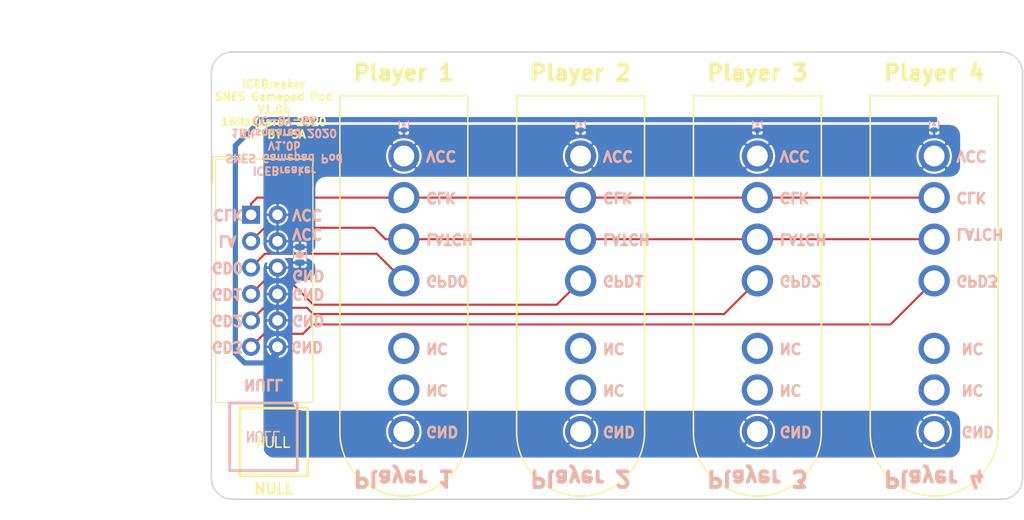
<source format=kicad_pcb>
(kicad_pcb (version 20171130) (host pcbnew 5.1.7-a382d34a8~87~ubuntu20.04.1)

  (general
    (thickness 0.8)
    (drawings 63)
    (tracks 51)
    (zones 0)
    (modules 12)
    (nets 9)
  )

  (page A4)
  (title_block
    (title "iCEBreaker PMOD - Gamepad & Audio - Molex SL Pod")
    (rev V1.0b)
    (company 1BitSquared)
    (comment 1 "2020 (C) 1BitSquared <info@1bitsquared.com>")
    (comment 2 "2020 (C) Piotr Esden-Tempski <piotr@esden.net>")
    (comment 3 "License: CC-BY-SA 4.0")
  )

  (layers
    (0 F.Cu signal)
    (31 B.Cu signal)
    (33 F.Adhes user)
    (34 B.Paste user)
    (35 F.Paste user)
    (36 B.SilkS user)
    (37 F.SilkS user)
    (38 B.Mask user)
    (39 F.Mask user)
    (40 Dwgs.User user)
    (44 Edge.Cuts user)
    (45 Margin user)
    (46 B.CrtYd user)
    (47 F.CrtYd user)
    (48 B.Fab user)
    (49 F.Fab user)
  )

  (setup
    (last_trace_width 0.2)
    (user_trace_width 0.3)
    (user_trace_width 0.5)
    (trace_clearance 0.2)
    (zone_clearance 0.2)
    (zone_45_only yes)
    (trace_min 0.2)
    (via_size 0.5)
    (via_drill 0.3)
    (via_min_size 0.5)
    (via_min_drill 0.3)
    (uvia_size 0.3)
    (uvia_drill 0.1)
    (uvias_allowed no)
    (uvia_min_size 0.2)
    (uvia_min_drill 0.1)
    (edge_width 0.15)
    (segment_width 0.15)
    (pcb_text_width 0.3)
    (pcb_text_size 1.5 1.5)
    (mod_edge_width 0.15)
    (mod_text_size 1 1)
    (mod_text_width 0.15)
    (pad_size 0.5 0.6)
    (pad_drill 0)
    (pad_to_mask_clearance 0.05)
    (solder_mask_min_width 0.05)
    (aux_axis_origin 37.4 95)
    (grid_origin 37.4 74)
    (visible_elements FFFFFF1F)
    (pcbplotparams
      (layerselection 0x010fc_ffffffff)
      (usegerberextensions true)
      (usegerberattributes false)
      (usegerberadvancedattributes false)
      (creategerberjobfile false)
      (excludeedgelayer true)
      (linewidth 0.300000)
      (plotframeref false)
      (viasonmask false)
      (mode 1)
      (useauxorigin true)
      (hpglpennumber 1)
      (hpglpenspeed 20)
      (hpglpendiameter 15.000000)
      (psnegative false)
      (psa4output false)
      (plotreference true)
      (plotvalue true)
      (plotinvisibletext false)
      (padsonsilk false)
      (subtractmaskfromsilk true)
      (outputformat 1)
      (mirror false)
      (drillshape 0)
      (scaleselection 1)
      (outputdirectory "gerber"))
  )

  (net 0 "")
  (net 1 GND)
  (net 2 /LATCH)
  (net 3 /CLK)
  (net 4 /GPD1)
  (net 5 /GPD0)
  (net 6 /GPD3)
  (net 7 /GPD2)
  (net 8 VCC)

  (net_class Default "This is the default net class."
    (clearance 0.2)
    (trace_width 0.2)
    (via_dia 0.5)
    (via_drill 0.3)
    (uvia_dia 0.3)
    (uvia_drill 0.1)
    (add_net /CLK)
    (add_net /GPD0)
    (add_net /GPD1)
    (add_net /GPD2)
    (add_net /GPD3)
    (add_net /LATCH)
    (add_net GND)
    (add_net VCC)
  )

  (module pkl_connectors:SNES (layer F.Cu) (tedit 5F862E2D) (tstamp 5E985C0D)
    (at 55.9 62.000001 270)
    (path /5EA12A6A)
    (fp_text reference J1 (at -9 0 180) (layer F.Fab)
      (effects (font (size 1 1) (thickness 0.15)))
    )
    (fp_text value SNES (at 12 -3.1 90) (layer F.Fab) hide
      (effects (font (size 1 1) (thickness 0.15)))
    )
    (fp_arc (start 26.5 0) (end 26.5 8.5) (angle -180) (layer F.CrtYd) (width 0.05))
    (fp_arc (start -4.6 -5) (end -4.6 -8) (angle -90) (layer F.Fab) (width 0.12))
    (fp_arc (start -4.6 5) (end -7.6 5) (angle -90) (layer F.Fab) (width 0.12))
    (fp_arc (start 26.5 0) (end 26.5 8) (angle -180) (layer F.Fab) (width 0.12))
    (fp_arc (start 26.5 0) (end 26.5 6.3) (angle -180) (layer F.Fab) (width 0.12))
    (fp_arc (start 26.55 0) (end 26.5 -6.15) (angle 90.46580908) (layer F.SilkS) (width 0.15))
    (fp_arc (start 26.55 0) (end 32.7 0) (angle 90.46580908) (layer F.SilkS) (width 0.15))
    (fp_line (start -8 8.5) (end 26.5 8.5) (layer F.CrtYd) (width 0.05))
    (fp_line (start -8 -8.5) (end -8 8.5) (layer F.CrtYd) (width 0.05))
    (fp_line (start -8 -8.5) (end 26.5 -8.5) (layer F.CrtYd) (width 0.05))
    (fp_line (start -4.6 8) (end 26.5 8) (layer F.Fab) (width 0.12))
    (fp_line (start -7.6 -5) (end -7.6 5) (layer F.Fab) (width 0.12))
    (fp_line (start -4.6 -8) (end 26.5 -8) (layer F.Fab) (width 0.12))
    (fp_line (start -5.9 6.3) (end 26.5 6.3) (layer F.Fab) (width 0.12))
    (fp_line (start -5.9 -6.3) (end -5.9 6.3) (layer F.Fab) (width 0.12))
    (fp_line (start -5.9 -6.3) (end 26.5 -6.3) (layer F.Fab) (width 0.12))
    (fp_circle (center 26.5 0) (end 28.15 0) (layer F.Fab) (width 0.12))
    (fp_circle (center 22.5 0) (end 24.15 0) (layer F.Fab) (width 0.12))
    (fp_circle (center 18.5 0) (end 20.15 0) (layer F.Fab) (width 0.12))
    (fp_circle (center 12 0) (end 13.65 0) (layer F.Fab) (width 0.12))
    (fp_circle (center 8 0) (end 9.65 0) (layer F.Fab) (width 0.12))
    (fp_circle (center 4 0) (end 5.65 0) (layer F.Fab) (width 0.12))
    (fp_circle (center 0 0) (end 1.65 0) (layer F.Fab) (width 0.12))
    (fp_line (start -5.8 6.15) (end -5.8 -6.15) (layer F.SilkS) (width 0.15))
    (fp_line (start -5.8 -6.15) (end 26.5 -6.15) (layer F.SilkS) (width 0.15))
    (fp_line (start -5.8 6.15) (end 26.5 6.15) (layer F.SilkS) (width 0.15))
    (pad 7 thru_hole circle (at 26.5 0 270) (size 3 3) (drill 2) (layers *.Cu *.Mask)
      (net 1 GND))
    (pad 6 thru_hole circle (at 22.5 0 270) (size 3 3) (drill 2) (layers *.Cu *.Mask))
    (pad 5 thru_hole circle (at 18.5 0 270) (size 3 3) (drill 2) (layers *.Cu *.Mask))
    (pad 4 thru_hole circle (at 12 0 270) (size 3 3) (drill 2) (layers *.Cu *.Mask)
      (net 5 /GPD0))
    (pad 3 thru_hole circle (at 8 0 270) (size 3 3) (drill 2) (layers *.Cu *.Mask)
      (net 2 /LATCH))
    (pad 2 thru_hole circle (at 4 0 270) (size 3 3) (drill 2) (layers *.Cu *.Mask)
      (net 3 /CLK))
    (pad 1 thru_hole circle (at 0 0 270) (size 3 3) (drill 2) (layers *.Cu *.Mask)
      (net 8 VCC))
    (model /mnt/venture-data/projects/icebreaker/icebreaker-pmod-git/lib/pkl/packages3d/pkl_connectors.3dshapes/SNES.stp
      (offset (xyz 16.3 4.8 15))
      (scale (xyz 1 1 1))
      (rotate (xyz -90 0 0))
    )
  )

  (module pkl_connectors:SNES (layer F.Cu) (tedit 5F862E2D) (tstamp 5E985CCC)
    (at 106.9 62.000001 270)
    (path /5EA2426E)
    (fp_text reference J5 (at -9 0 180) (layer F.Fab)
      (effects (font (size 1 1) (thickness 0.15)))
    )
    (fp_text value SNES (at 12 -3.1 90) (layer F.Fab) hide
      (effects (font (size 1 1) (thickness 0.15)))
    )
    (fp_arc (start 26.5 0) (end 26.5 8.5) (angle -180) (layer F.CrtYd) (width 0.05))
    (fp_arc (start -4.6 -5) (end -4.6 -8) (angle -90) (layer F.Fab) (width 0.12))
    (fp_arc (start -4.6 5) (end -7.6 5) (angle -90) (layer F.Fab) (width 0.12))
    (fp_arc (start 26.5 0) (end 26.5 8) (angle -180) (layer F.Fab) (width 0.12))
    (fp_arc (start 26.5 0) (end 26.5 6.3) (angle -180) (layer F.Fab) (width 0.12))
    (fp_arc (start 26.55 0) (end 26.5 -6.15) (angle 90.46580908) (layer F.SilkS) (width 0.15))
    (fp_arc (start 26.55 0) (end 32.7 0) (angle 90.46580908) (layer F.SilkS) (width 0.15))
    (fp_line (start -8 8.5) (end 26.5 8.5) (layer F.CrtYd) (width 0.05))
    (fp_line (start -8 -8.5) (end -8 8.5) (layer F.CrtYd) (width 0.05))
    (fp_line (start -8 -8.5) (end 26.5 -8.5) (layer F.CrtYd) (width 0.05))
    (fp_line (start -4.6 8) (end 26.5 8) (layer F.Fab) (width 0.12))
    (fp_line (start -7.6 -5) (end -7.6 5) (layer F.Fab) (width 0.12))
    (fp_line (start -4.6 -8) (end 26.5 -8) (layer F.Fab) (width 0.12))
    (fp_line (start -5.9 6.3) (end 26.5 6.3) (layer F.Fab) (width 0.12))
    (fp_line (start -5.9 -6.3) (end -5.9 6.3) (layer F.Fab) (width 0.12))
    (fp_line (start -5.9 -6.3) (end 26.5 -6.3) (layer F.Fab) (width 0.12))
    (fp_circle (center 26.5 0) (end 28.15 0) (layer F.Fab) (width 0.12))
    (fp_circle (center 22.5 0) (end 24.15 0) (layer F.Fab) (width 0.12))
    (fp_circle (center 18.5 0) (end 20.15 0) (layer F.Fab) (width 0.12))
    (fp_circle (center 12 0) (end 13.65 0) (layer F.Fab) (width 0.12))
    (fp_circle (center 8 0) (end 9.65 0) (layer F.Fab) (width 0.12))
    (fp_circle (center 4 0) (end 5.65 0) (layer F.Fab) (width 0.12))
    (fp_circle (center 0 0) (end 1.65 0) (layer F.Fab) (width 0.12))
    (fp_line (start -5.8 6.15) (end -5.8 -6.15) (layer F.SilkS) (width 0.15))
    (fp_line (start -5.8 -6.15) (end 26.5 -6.15) (layer F.SilkS) (width 0.15))
    (fp_line (start -5.8 6.15) (end 26.5 6.15) (layer F.SilkS) (width 0.15))
    (pad 7 thru_hole circle (at 26.5 0 270) (size 3 3) (drill 2) (layers *.Cu *.Mask)
      (net 1 GND))
    (pad 6 thru_hole circle (at 22.5 0 270) (size 3 3) (drill 2) (layers *.Cu *.Mask))
    (pad 5 thru_hole circle (at 18.5 0 270) (size 3 3) (drill 2) (layers *.Cu *.Mask))
    (pad 4 thru_hole circle (at 12 0 270) (size 3 3) (drill 2) (layers *.Cu *.Mask)
      (net 6 /GPD3))
    (pad 3 thru_hole circle (at 8 0 270) (size 3 3) (drill 2) (layers *.Cu *.Mask)
      (net 2 /LATCH))
    (pad 2 thru_hole circle (at 4 0 270) (size 3 3) (drill 2) (layers *.Cu *.Mask)
      (net 3 /CLK))
    (pad 1 thru_hole circle (at 0 0 270) (size 3 3) (drill 2) (layers *.Cu *.Mask)
      (net 8 VCC))
    (model /mnt/venture-data/projects/icebreaker/icebreaker-pmod-git/lib/pkl/packages3d/pkl_connectors.3dshapes/SNES.stp
      (offset (xyz 16.3 4.8 15))
      (scale (xyz 1 1 1))
      (rotate (xyz -90 0 0))
    )
  )

  (module pkl_connectors:SNES (layer F.Cu) (tedit 5F862E2D) (tstamp 5E985CA7)
    (at 89.9 62 270)
    (path /5EA228D3)
    (fp_text reference J4 (at -9 0 180) (layer F.Fab)
      (effects (font (size 1 1) (thickness 0.15)))
    )
    (fp_text value SNES (at 12 -3.1 90) (layer F.Fab) hide
      (effects (font (size 1 1) (thickness 0.15)))
    )
    (fp_arc (start 26.5 0) (end 26.5 8.5) (angle -180) (layer F.CrtYd) (width 0.05))
    (fp_arc (start -4.6 -5) (end -4.6 -8) (angle -90) (layer F.Fab) (width 0.12))
    (fp_arc (start -4.6 5) (end -7.6 5) (angle -90) (layer F.Fab) (width 0.12))
    (fp_arc (start 26.5 0) (end 26.5 8) (angle -180) (layer F.Fab) (width 0.12))
    (fp_arc (start 26.5 0) (end 26.5 6.3) (angle -180) (layer F.Fab) (width 0.12))
    (fp_arc (start 26.55 0) (end 26.5 -6.15) (angle 90.46580908) (layer F.SilkS) (width 0.15))
    (fp_arc (start 26.55 0) (end 32.7 0) (angle 90.46580908) (layer F.SilkS) (width 0.15))
    (fp_line (start -8 8.5) (end 26.5 8.5) (layer F.CrtYd) (width 0.05))
    (fp_line (start -8 -8.5) (end -8 8.5) (layer F.CrtYd) (width 0.05))
    (fp_line (start -8 -8.5) (end 26.5 -8.5) (layer F.CrtYd) (width 0.05))
    (fp_line (start -4.6 8) (end 26.5 8) (layer F.Fab) (width 0.12))
    (fp_line (start -7.6 -5) (end -7.6 5) (layer F.Fab) (width 0.12))
    (fp_line (start -4.6 -8) (end 26.5 -8) (layer F.Fab) (width 0.12))
    (fp_line (start -5.9 6.3) (end 26.5 6.3) (layer F.Fab) (width 0.12))
    (fp_line (start -5.9 -6.3) (end -5.9 6.3) (layer F.Fab) (width 0.12))
    (fp_line (start -5.9 -6.3) (end 26.5 -6.3) (layer F.Fab) (width 0.12))
    (fp_circle (center 26.5 0) (end 28.15 0) (layer F.Fab) (width 0.12))
    (fp_circle (center 22.5 0) (end 24.15 0) (layer F.Fab) (width 0.12))
    (fp_circle (center 18.5 0) (end 20.15 0) (layer F.Fab) (width 0.12))
    (fp_circle (center 12 0) (end 13.65 0) (layer F.Fab) (width 0.12))
    (fp_circle (center 8 0) (end 9.65 0) (layer F.Fab) (width 0.12))
    (fp_circle (center 4 0) (end 5.65 0) (layer F.Fab) (width 0.12))
    (fp_circle (center 0 0) (end 1.65 0) (layer F.Fab) (width 0.12))
    (fp_line (start -5.8 6.15) (end -5.8 -6.15) (layer F.SilkS) (width 0.15))
    (fp_line (start -5.8 -6.15) (end 26.5 -6.15) (layer F.SilkS) (width 0.15))
    (fp_line (start -5.8 6.15) (end 26.5 6.15) (layer F.SilkS) (width 0.15))
    (pad 7 thru_hole circle (at 26.5 0 270) (size 3 3) (drill 2) (layers *.Cu *.Mask)
      (net 1 GND))
    (pad 6 thru_hole circle (at 22.5 0 270) (size 3 3) (drill 2) (layers *.Cu *.Mask))
    (pad 5 thru_hole circle (at 18.5 0 270) (size 3 3) (drill 2) (layers *.Cu *.Mask))
    (pad 4 thru_hole circle (at 12 0 270) (size 3 3) (drill 2) (layers *.Cu *.Mask)
      (net 7 /GPD2))
    (pad 3 thru_hole circle (at 8 0 270) (size 3 3) (drill 2) (layers *.Cu *.Mask)
      (net 2 /LATCH))
    (pad 2 thru_hole circle (at 4 0 270) (size 3 3) (drill 2) (layers *.Cu *.Mask)
      (net 3 /CLK))
    (pad 1 thru_hole circle (at 0 0 270) (size 3 3) (drill 2) (layers *.Cu *.Mask)
      (net 8 VCC))
    (model /mnt/venture-data/projects/icebreaker/icebreaker-pmod-git/lib/pkl/packages3d/pkl_connectors.3dshapes/SNES.stp
      (offset (xyz 16.3 4.8 15))
      (scale (xyz 1 1 1))
      (rotate (xyz -90 0 0))
    )
  )

  (module pkl_connectors:SNES (layer F.Cu) (tedit 5F862E2D) (tstamp 5E985C32)
    (at 72.9 62.000001 270)
    (path /5EA2131C)
    (fp_text reference J2 (at -9 0 180) (layer F.Fab)
      (effects (font (size 1 1) (thickness 0.15)))
    )
    (fp_text value SNES (at 12 -3.1 90) (layer F.Fab) hide
      (effects (font (size 1 1) (thickness 0.15)))
    )
    (fp_arc (start 26.5 0) (end 26.5 8.5) (angle -180) (layer F.CrtYd) (width 0.05))
    (fp_arc (start -4.6 -5) (end -4.6 -8) (angle -90) (layer F.Fab) (width 0.12))
    (fp_arc (start -4.6 5) (end -7.6 5) (angle -90) (layer F.Fab) (width 0.12))
    (fp_arc (start 26.5 0) (end 26.5 8) (angle -180) (layer F.Fab) (width 0.12))
    (fp_arc (start 26.5 0) (end 26.5 6.3) (angle -180) (layer F.Fab) (width 0.12))
    (fp_arc (start 26.55 0) (end 26.5 -6.15) (angle 90.46580908) (layer F.SilkS) (width 0.15))
    (fp_arc (start 26.55 0) (end 32.7 0) (angle 90.46580908) (layer F.SilkS) (width 0.15))
    (fp_line (start -8 8.5) (end 26.5 8.5) (layer F.CrtYd) (width 0.05))
    (fp_line (start -8 -8.5) (end -8 8.5) (layer F.CrtYd) (width 0.05))
    (fp_line (start -8 -8.5) (end 26.5 -8.5) (layer F.CrtYd) (width 0.05))
    (fp_line (start -4.6 8) (end 26.5 8) (layer F.Fab) (width 0.12))
    (fp_line (start -7.6 -5) (end -7.6 5) (layer F.Fab) (width 0.12))
    (fp_line (start -4.6 -8) (end 26.5 -8) (layer F.Fab) (width 0.12))
    (fp_line (start -5.9 6.3) (end 26.5 6.3) (layer F.Fab) (width 0.12))
    (fp_line (start -5.9 -6.3) (end -5.9 6.3) (layer F.Fab) (width 0.12))
    (fp_line (start -5.9 -6.3) (end 26.5 -6.3) (layer F.Fab) (width 0.12))
    (fp_circle (center 26.5 0) (end 28.15 0) (layer F.Fab) (width 0.12))
    (fp_circle (center 22.5 0) (end 24.15 0) (layer F.Fab) (width 0.12))
    (fp_circle (center 18.5 0) (end 20.15 0) (layer F.Fab) (width 0.12))
    (fp_circle (center 12 0) (end 13.65 0) (layer F.Fab) (width 0.12))
    (fp_circle (center 8 0) (end 9.65 0) (layer F.Fab) (width 0.12))
    (fp_circle (center 4 0) (end 5.65 0) (layer F.Fab) (width 0.12))
    (fp_circle (center 0 0) (end 1.65 0) (layer F.Fab) (width 0.12))
    (fp_line (start -5.8 6.15) (end -5.8 -6.15) (layer F.SilkS) (width 0.15))
    (fp_line (start -5.8 -6.15) (end 26.5 -6.15) (layer F.SilkS) (width 0.15))
    (fp_line (start -5.8 6.15) (end 26.5 6.15) (layer F.SilkS) (width 0.15))
    (pad 7 thru_hole circle (at 26.5 0 270) (size 3 3) (drill 2) (layers *.Cu *.Mask)
      (net 1 GND))
    (pad 6 thru_hole circle (at 22.5 0 270) (size 3 3) (drill 2) (layers *.Cu *.Mask))
    (pad 5 thru_hole circle (at 18.5 0 270) (size 3 3) (drill 2) (layers *.Cu *.Mask))
    (pad 4 thru_hole circle (at 12 0 270) (size 3 3) (drill 2) (layers *.Cu *.Mask)
      (net 4 /GPD1))
    (pad 3 thru_hole circle (at 8 0 270) (size 3 3) (drill 2) (layers *.Cu *.Mask)
      (net 2 /LATCH))
    (pad 2 thru_hole circle (at 4 0 270) (size 3 3) (drill 2) (layers *.Cu *.Mask)
      (net 3 /CLK))
    (pad 1 thru_hole circle (at 0 0 270) (size 3 3) (drill 2) (layers *.Cu *.Mask)
      (net 8 VCC))
    (model /mnt/venture-data/projects/icebreaker/icebreaker-pmod-git/lib/pkl/packages3d/pkl_connectors.3dshapes/SNES.stp
      (offset (xyz 16.3 4.8 15))
      (scale (xyz 1 1 1))
      (rotate (xyz -90 0 0))
    )
  )

  (module pkl_logos:null_Logo_SilkS_6.5mm locked (layer F.Cu) (tedit 5E7ED19E) (tstamp 5BEA8E64)
    (at 43.4 89.5)
    (fp_text reference REF** (at 0 4) (layer F.Fab) hide
      (effects (font (size 1 1) (thickness 0.15)))
    )
    (fp_text value null_Logo_SilkS_6.5mm (at 0 -4) (layer F.Fab) hide
      (effects (font (size 1 1) (thickness 0.15)))
    )
    (fp_line (start -3.25 3.25) (end 3.25 3.25) (layer F.SilkS) (width 0.26))
    (fp_line (start 3.25 -3.25) (end 3.25 3.25) (layer F.SilkS) (width 0.26))
    (fp_line (start -3.25 -3.25) (end -3.25 3.25) (layer F.SilkS) (width 0.26))
    (fp_line (start 3.25 -3.25) (end -3.25 -3.25) (layer F.SilkS) (width 0.26))
    (fp_line (start -1.5 0.5) (end -1.5 -0.5) (layer F.SilkS) (width 0.15))
    (fp_line (start -1.5 -0.5) (end -1 0.5) (layer F.SilkS) (width 0.15))
    (fp_line (start -1 0.5) (end -1 -0.5) (layer F.SilkS) (width 0.15))
    (fp_line (start -0.7 -0.5) (end -0.7 0.2) (layer F.SilkS) (width 0.15))
    (fp_line (start -0.1 0.2) (end -0.1 -0.5) (layer F.SilkS) (width 0.15))
    (fp_line (start 0.2 -0.5) (end 0.2 0.5) (layer F.SilkS) (width 0.15))
    (fp_line (start 0.2 0.5) (end 0.7 0.5) (layer F.SilkS) (width 0.15))
    (fp_line (start 1 -0.5) (end 1 0.5) (layer F.SilkS) (width 0.15))
    (fp_line (start 1 0.5) (end 1.5 0.5) (layer F.SilkS) (width 0.15))
    (fp_arc (start -0.4 0.2) (end -0.7 0.2) (angle -180) (layer F.SilkS) (width 0.15))
  )

  (module pkl_logos:null_Logo_SilkS_6.5mm locked (layer B.Cu) (tedit 5E7ED19E) (tstamp 5E986C13)
    (at 42.4 89)
    (fp_text reference REF** (at 0 -4) (layer B.Fab) hide
      (effects (font (size 1 1) (thickness 0.15)) (justify mirror))
    )
    (fp_text value null_Logo_SilkS_6.5mm (at 0 4) (layer B.Fab) hide
      (effects (font (size 1 1) (thickness 0.15)) (justify mirror))
    )
    (fp_line (start -3.25 -3.25) (end 3.25 -3.25) (layer B.SilkS) (width 0.26))
    (fp_line (start 3.25 3.25) (end 3.25 -3.25) (layer B.SilkS) (width 0.26))
    (fp_line (start -3.25 3.25) (end -3.25 -3.25) (layer B.SilkS) (width 0.26))
    (fp_line (start 3.25 3.25) (end -3.25 3.25) (layer B.SilkS) (width 0.26))
    (fp_line (start -1.5 -0.5) (end -1.5 0.5) (layer B.SilkS) (width 0.15))
    (fp_line (start -1.5 0.5) (end -1 -0.5) (layer B.SilkS) (width 0.15))
    (fp_line (start -1 -0.5) (end -1 0.5) (layer B.SilkS) (width 0.15))
    (fp_line (start -0.7 0.5) (end -0.7 -0.2) (layer B.SilkS) (width 0.15))
    (fp_line (start -0.1 -0.2) (end -0.1 0.5) (layer B.SilkS) (width 0.15))
    (fp_line (start 0.2 0.5) (end 0.2 -0.5) (layer B.SilkS) (width 0.15))
    (fp_line (start 0.2 -0.5) (end 0.7 -0.5) (layer B.SilkS) (width 0.15))
    (fp_line (start 1 0.5) (end 1 -0.5) (layer B.SilkS) (width 0.15))
    (fp_line (start 1 -0.5) (end 1.5 -0.5) (layer B.SilkS) (width 0.15))
    (fp_arc (start -0.4 -0.2) (end -0.7 -0.2) (angle 180) (layer B.SilkS) (width 0.15))
  )

  (module Connector_IDC:IDC-Header_2x06_P2.54mm_Vertical (layer F.Cu) (tedit 5E97A38F) (tstamp 5E97612D)
    (at 41.21 67.65)
    (descr "Through hole straight IDC box header, 2x06, 2.54mm pitch, double rows")
    (tags "Through hole IDC box header THT 2x06 2.54mm double row")
    (path /5EAB5279)
    (fp_text reference J3 (at 1.27 -6.604) (layer F.Fab)
      (effects (font (size 1 1) (thickness 0.15)))
    )
    (fp_text value Gamepads (at 1.27 19.304) (layer F.Fab)
      (effects (font (size 1 1) (thickness 0.15)))
    )
    (fp_line (start 5.695 -5.1) (end 5.695 17.8) (layer F.Fab) (width 0.1))
    (fp_line (start 5.145 -4.56) (end 5.145 17.24) (layer F.Fab) (width 0.1))
    (fp_line (start -3.155 -5.1) (end -3.155 17.8) (layer F.Fab) (width 0.1))
    (fp_line (start -2.605 -4.56) (end -2.605 4.1) (layer F.Fab) (width 0.1))
    (fp_line (start -2.605 8.6) (end -2.605 17.24) (layer F.Fab) (width 0.1))
    (fp_line (start -2.605 4.1) (end -3.155 4.1) (layer F.Fab) (width 0.1))
    (fp_line (start -2.605 8.6) (end -3.155 8.6) (layer F.Fab) (width 0.1))
    (fp_line (start 5.695 -5.1) (end -3.155 -5.1) (layer F.Fab) (width 0.1))
    (fp_line (start 5.145 -4.56) (end -2.605 -4.56) (layer F.Fab) (width 0.1))
    (fp_line (start 5.695 17.8) (end -3.155 17.8) (layer F.Fab) (width 0.1))
    (fp_line (start 5.145 17.24) (end -2.605 17.24) (layer F.Fab) (width 0.1))
    (fp_line (start 5.695 -5.1) (end 5.145 -4.56) (layer F.Fab) (width 0.1))
    (fp_line (start 5.695 17.8) (end 5.145 17.24) (layer F.Fab) (width 0.1))
    (fp_line (start -3.155 -5.1) (end -2.605 -4.56) (layer F.Fab) (width 0.1))
    (fp_line (start -3.155 17.8) (end -2.605 17.24) (layer F.Fab) (width 0.1))
    (fp_line (start 5.95 -5.35) (end 5.95 18.05) (layer F.CrtYd) (width 0.05))
    (fp_line (start 5.95 18.05) (end -3.41 18.05) (layer F.CrtYd) (width 0.05))
    (fp_line (start -3.41 18.05) (end -3.41 -5.35) (layer F.CrtYd) (width 0.05))
    (fp_line (start -3.41 -5.35) (end 5.95 -5.35) (layer F.CrtYd) (width 0.05))
    (fp_line (start 5.945 -5.35) (end 5.945 18.05) (layer F.SilkS) (width 0.12))
    (fp_line (start 5.945 18.05) (end -3.405 18.05) (layer F.SilkS) (width 0.12))
    (fp_line (start -3.405 18.05) (end -3.405 -5.35) (layer F.SilkS) (width 0.12))
    (fp_line (start -3.405 -5.35) (end 5.945 -5.35) (layer F.SilkS) (width 0.12))
    (fp_line (start -3.655 -5.6) (end -3.655 -3.06) (layer F.SilkS) (width 0.12))
    (fp_line (start -3.655 -5.6) (end -1.115 -5.6) (layer F.SilkS) (width 0.12))
    (pad 12 thru_hole oval (at 2.54 12.7) (size 1.7272 1.7272) (drill 1.016) (layers *.Cu *.Mask)
      (net 1 GND))
    (pad 11 thru_hole oval (at 0 12.7) (size 1.7272 1.7272) (drill 1.016) (layers *.Cu *.Mask)
      (net 6 /GPD3))
    (pad 10 thru_hole oval (at 2.54 10.16) (size 1.7272 1.7272) (drill 1.016) (layers *.Cu *.Mask)
      (net 1 GND))
    (pad 9 thru_hole oval (at 0 10.16) (size 1.7272 1.7272) (drill 1.016) (layers *.Cu *.Mask)
      (net 7 /GPD2))
    (pad 8 thru_hole oval (at 2.54 7.62) (size 1.7272 1.7272) (drill 1.016) (layers *.Cu *.Mask)
      (net 1 GND))
    (pad 7 thru_hole oval (at 0 7.62) (size 1.7272 1.7272) (drill 1.016) (layers *.Cu *.Mask)
      (net 4 /GPD1))
    (pad 6 thru_hole oval (at 2.54 5.08) (size 1.7272 1.7272) (drill 1.016) (layers *.Cu *.Mask)
      (net 1 GND))
    (pad 5 thru_hole oval (at 0 5.08) (size 1.7272 1.7272) (drill 1.016) (layers *.Cu *.Mask)
      (net 5 /GPD0))
    (pad 4 thru_hole oval (at 2.54 2.54) (size 1.7272 1.7272) (drill 1.016) (layers *.Cu *.Mask)
      (net 8 VCC))
    (pad 3 thru_hole oval (at 0 2.54) (size 1.7272 1.7272) (drill 1.016) (layers *.Cu *.Mask)
      (net 2 /LATCH))
    (pad 2 thru_hole oval (at 2.54 0) (size 1.7272 1.7272) (drill 1.016) (layers *.Cu *.Mask)
      (net 8 VCC))
    (pad 1 thru_hole rect (at 0 0) (size 1.7272 1.7272) (drill 1.016) (layers *.Cu *.Mask)
      (net 3 /CLK))
    (model ${KISYS3DMOD}/Connector_IDC.3dshapes/IDC-Header_2x06_P2.54mm_Vertical.wrl
      (at (xyz 0 0 0))
      (scale (xyz 1 1 1))
      (rotate (xyz 0 0 0))
    )
  )

  (module pkl_dipol:C_0402 (layer B.Cu) (tedit 5B8B5916) (tstamp 5E97FF00)
    (at 106.9 59 270)
    (descr "Capacitor SMD 0402, reflow soldering")
    (tags "capacitor 0402")
    (path /5E9B4F09)
    (attr smd)
    (fp_text reference C5 (at 0 1.1 90) (layer B.Fab)
      (effects (font (size 0.635 0.635) (thickness 0.1)) (justify mirror))
    )
    (fp_text value 100n (at 0 -1.2 90) (layer B.Fab)
      (effects (font (size 0.635 0.635) (thickness 0.1)) (justify mirror))
    )
    (fp_circle (center 0 0) (end 0.1 0) (layer B.SilkS) (width 0.2))
    (fp_line (start -0.95 0.5) (end 0.95 0.5) (layer B.CrtYd) (width 0.05))
    (fp_line (start -0.95 -0.5) (end 0.95 -0.5) (layer B.CrtYd) (width 0.05))
    (fp_line (start -0.95 0.5) (end -0.95 -0.5) (layer B.CrtYd) (width 0.05))
    (fp_line (start 0.95 0.5) (end 0.95 -0.5) (layer B.CrtYd) (width 0.05))
    (fp_line (start -0.35 0.44) (end 0.35 0.44) (layer B.SilkS) (width 0.13))
    (fp_line (start 0.35 -0.44) (end -0.35 -0.44) (layer B.SilkS) (width 0.13))
    (pad 2 smd roundrect (at 0.5 0 270) (size 0.5 0.6) (layers B.Cu B.Paste B.Mask) (roundrect_rratio 0.25)
      (net 8 VCC))
    (pad 1 smd roundrect (at -0.5 0 270) (size 0.5 0.6) (layers B.Cu B.Paste B.Mask) (roundrect_rratio 0.25)
      (net 1 GND))
    (model ${KISYS3DMOD}/Capacitor_SMD.3dshapes/C_0402_1005Metric.step
      (at (xyz 0 0 0))
      (scale (xyz 1 1 1))
      (rotate (xyz 0 0 0))
    )
  )

  (module pkl_dipol:C_0402 (layer B.Cu) (tedit 5B8B5916) (tstamp 5E97FEF3)
    (at 89.9 59 270)
    (descr "Capacitor SMD 0402, reflow soldering")
    (tags "capacitor 0402")
    (path /5E99E051)
    (attr smd)
    (fp_text reference C4 (at 0 1.1 90) (layer B.Fab)
      (effects (font (size 0.635 0.635) (thickness 0.1)) (justify mirror))
    )
    (fp_text value 100n (at 0 -1.2 90) (layer B.Fab)
      (effects (font (size 0.635 0.635) (thickness 0.1)) (justify mirror))
    )
    (fp_circle (center 0 0) (end 0.1 0) (layer B.SilkS) (width 0.2))
    (fp_line (start -0.95 0.5) (end 0.95 0.5) (layer B.CrtYd) (width 0.05))
    (fp_line (start -0.95 -0.5) (end 0.95 -0.5) (layer B.CrtYd) (width 0.05))
    (fp_line (start -0.95 0.5) (end -0.95 -0.5) (layer B.CrtYd) (width 0.05))
    (fp_line (start 0.95 0.5) (end 0.95 -0.5) (layer B.CrtYd) (width 0.05))
    (fp_line (start -0.35 0.44) (end 0.35 0.44) (layer B.SilkS) (width 0.13))
    (fp_line (start 0.35 -0.44) (end -0.35 -0.44) (layer B.SilkS) (width 0.13))
    (pad 2 smd roundrect (at 0.5 0 270) (size 0.5 0.6) (layers B.Cu B.Paste B.Mask) (roundrect_rratio 0.25)
      (net 8 VCC))
    (pad 1 smd roundrect (at -0.5 0 270) (size 0.5 0.6) (layers B.Cu B.Paste B.Mask) (roundrect_rratio 0.25)
      (net 1 GND))
    (model ${KISYS3DMOD}/Capacitor_SMD.3dshapes/C_0402_1005Metric.step
      (at (xyz 0 0 0))
      (scale (xyz 1 1 1))
      (rotate (xyz 0 0 0))
    )
  )

  (module pkl_dipol:C_0402 (layer B.Cu) (tedit 5B8B5916) (tstamp 5E97FEE6)
    (at 72.9 59 270)
    (descr "Capacitor SMD 0402, reflow soldering")
    (tags "capacitor 0402")
    (path /5E99BFFF)
    (attr smd)
    (fp_text reference C3 (at 0 1.1 90) (layer B.Fab)
      (effects (font (size 0.635 0.635) (thickness 0.1)) (justify mirror))
    )
    (fp_text value 100n (at 0 -1.2 90) (layer B.Fab)
      (effects (font (size 0.635 0.635) (thickness 0.1)) (justify mirror))
    )
    (fp_circle (center 0 0) (end 0.1 0) (layer B.SilkS) (width 0.2))
    (fp_line (start -0.95 0.5) (end 0.95 0.5) (layer B.CrtYd) (width 0.05))
    (fp_line (start -0.95 -0.5) (end 0.95 -0.5) (layer B.CrtYd) (width 0.05))
    (fp_line (start -0.95 0.5) (end -0.95 -0.5) (layer B.CrtYd) (width 0.05))
    (fp_line (start 0.95 0.5) (end 0.95 -0.5) (layer B.CrtYd) (width 0.05))
    (fp_line (start -0.35 0.44) (end 0.35 0.44) (layer B.SilkS) (width 0.13))
    (fp_line (start 0.35 -0.44) (end -0.35 -0.44) (layer B.SilkS) (width 0.13))
    (pad 2 smd roundrect (at 0.5 0 270) (size 0.5 0.6) (layers B.Cu B.Paste B.Mask) (roundrect_rratio 0.25)
      (net 8 VCC))
    (pad 1 smd roundrect (at -0.5 0 270) (size 0.5 0.6) (layers B.Cu B.Paste B.Mask) (roundrect_rratio 0.25)
      (net 1 GND))
    (model ${KISYS3DMOD}/Capacitor_SMD.3dshapes/C_0402_1005Metric.step
      (at (xyz 0 0 0))
      (scale (xyz 1 1 1))
      (rotate (xyz 0 0 0))
    )
  )

  (module pkl_dipol:C_0402 (layer B.Cu) (tedit 5B8B5916) (tstamp 5E97FED9)
    (at 55.9 59 270)
    (descr "Capacitor SMD 0402, reflow soldering")
    (tags "capacitor 0402")
    (path /5E98AC69)
    (attr smd)
    (fp_text reference C2 (at 0 1.1 90) (layer B.Fab)
      (effects (font (size 0.635 0.635) (thickness 0.1)) (justify mirror))
    )
    (fp_text value 100n (at 0 -1.2 90) (layer B.Fab)
      (effects (font (size 0.635 0.635) (thickness 0.1)) (justify mirror))
    )
    (fp_circle (center 0 0) (end 0.1 0) (layer B.SilkS) (width 0.2))
    (fp_line (start -0.95 0.5) (end 0.95 0.5) (layer B.CrtYd) (width 0.05))
    (fp_line (start -0.95 -0.5) (end 0.95 -0.5) (layer B.CrtYd) (width 0.05))
    (fp_line (start -0.95 0.5) (end -0.95 -0.5) (layer B.CrtYd) (width 0.05))
    (fp_line (start 0.95 0.5) (end 0.95 -0.5) (layer B.CrtYd) (width 0.05))
    (fp_line (start -0.35 0.44) (end 0.35 0.44) (layer B.SilkS) (width 0.13))
    (fp_line (start 0.35 -0.44) (end -0.35 -0.44) (layer B.SilkS) (width 0.13))
    (pad 2 smd roundrect (at 0.5 0 270) (size 0.5 0.6) (layers B.Cu B.Paste B.Mask) (roundrect_rratio 0.25)
      (net 8 VCC))
    (pad 1 smd roundrect (at -0.5 0 270) (size 0.5 0.6) (layers B.Cu B.Paste B.Mask) (roundrect_rratio 0.25)
      (net 1 GND))
    (model ${KISYS3DMOD}/Capacitor_SMD.3dshapes/C_0402_1005Metric.step
      (at (xyz 0 0 0))
      (scale (xyz 1 1 1))
      (rotate (xyz 0 0 0))
    )
  )

  (module pkl_dipol:C_0603 (layer B.Cu) (tedit 5B8B5957) (tstamp 5BF62B96)
    (at 45.9 71.5 270)
    (descr "Capacitor SMD 0603, reflow soldering")
    (tags "capacitor 0603")
    (path /5BAA8EB6)
    (attr smd)
    (fp_text reference C1 (at 0 0.05 90) (layer B.Fab)
      (effects (font (size 0.635 0.635) (thickness 0.1)) (justify mirror))
    )
    (fp_text value 10u (at -2.062 0.05 90) (layer B.Fab)
      (effects (font (size 0.635 0.635) (thickness 0.1)) (justify mirror))
    )
    (fp_line (start 0.35 -0.61) (end -0.35 -0.61) (layer B.SilkS) (width 0.13))
    (fp_line (start -0.35 0.61) (end 0.35 0.61) (layer B.SilkS) (width 0.13))
    (fp_line (start 1.175 0.725) (end 1.175 -0.725) (layer B.CrtYd) (width 0.05))
    (fp_line (start -1.175 0.725) (end -1.175 -0.725) (layer B.CrtYd) (width 0.05))
    (fp_line (start -1.175 -0.725) (end 1.175 -0.725) (layer B.CrtYd) (width 0.05))
    (fp_line (start -1.175 0.725) (end 1.175 0.725) (layer B.CrtYd) (width 0.05))
    (fp_circle (center 0 0) (end 0.2 0) (layer B.SilkS) (width 0.4))
    (pad 1 smd roundrect (at -0.75 0 270) (size 0.6 0.9) (layers B.Cu B.Paste B.Mask) (roundrect_rratio 0.25)
      (net 8 VCC))
    (pad 2 smd roundrect (at 0.75 0 270) (size 0.6 0.9) (layers B.Cu B.Paste B.Mask) (roundrect_rratio 0.25)
      (net 1 GND))
    (model ${KISYS3DMOD}/Capacitor_SMD.3dshapes/C_0603_1608Metric.step
      (at (xyz 0 0 0))
      (scale (xyz 1 1 1))
      (rotate (xyz 0 0 0))
    )
  )

  (gr_text NC (at 109.4 84.5 180) (layer B.SilkS) (tstamp 5E9877D1)
    (effects (font (size 1 1) (thickness 0.25)) (justify left mirror))
  )
  (gr_text NC (at 109.4 80.5 180) (layer B.SilkS) (tstamp 5E9877D0)
    (effects (font (size 1 1) (thickness 0.25)) (justify left mirror))
  )
  (gr_text NC (at 91.9 84.5 180) (layer B.SilkS) (tstamp 5E9877CD)
    (effects (font (size 1 1) (thickness 0.25)) (justify left mirror))
  )
  (gr_text NC (at 91.9 80.5 180) (layer B.SilkS) (tstamp 5E9877CC)
    (effects (font (size 1 1) (thickness 0.25)) (justify left mirror))
  )
  (gr_text NC (at 74.9 80.5 180) (layer B.SilkS) (tstamp 5E9877C9)
    (effects (font (size 1 1) (thickness 0.25)) (justify left mirror))
  )
  (gr_text NC (at 74.9 84.5 180) (layer B.SilkS) (tstamp 5E9877C8)
    (effects (font (size 1 1) (thickness 0.25)) (justify left mirror))
  )
  (gr_text NC (at 57.9 80.5 180) (layer B.SilkS) (tstamp 5E98777C)
    (effects (font (size 1 1) (thickness 0.25)) (justify left mirror))
  )
  (gr_text NC (at 57.9 84.5 180) (layer B.SilkS) (tstamp 5E987778)
    (effects (font (size 1 1) (thickness 0.25)) (justify left mirror))
  )
  (gr_text NULL (at 42.4 84 180) (layer B.SilkS) (tstamp 5E986C47)
    (effects (font (size 1 1) (thickness 0.25)) (justify mirror))
  )
  (gr_text "Player 3" (at 89.9 54) (layer F.SilkS) (tstamp 5E986760)
    (effects (font (size 1.5 1.5) (thickness 0.375)))
  )
  (gr_text "Player 2" (at 72.9 54) (layer F.SilkS) (tstamp 5E98675D)
    (effects (font (size 1.5 1.5) (thickness 0.375)))
  )
  (gr_text "iCEBreaker\nSNES Gamepad Pod\nV1.0b\n1Bitsquared 2020\nCC-BY-SA" (at 44.4 61 180) (layer B.SilkS) (tstamp 5E9840B7)
    (effects (font (size 0.75 0.75) (thickness 0.1875)) (justify mirror))
  )
  (gr_text VCC (at 108.9 62 180) (layer B.SilkS) (tstamp 5E984002)
    (effects (font (size 1 1) (thickness 0.25)) (justify left mirror))
  )
  (gr_text GPD3 (at 108.9 74 180) (layer B.SilkS) (tstamp 5E984001)
    (effects (font (size 1 1) (thickness 0.25)) (justify left mirror))
  )
  (gr_text CLK (at 108.9 66 180) (layer B.SilkS) (tstamp 5E984000)
    (effects (font (size 1 1) (thickness 0.25)) (justify left mirror))
  )
  (gr_text GND (at 109.4 88.5 180) (layer B.SilkS) (tstamp 5E983FFF)
    (effects (font (size 1 1) (thickness 0.25)) (justify left mirror))
  )
  (gr_text LATCH (at 108.9 69.5 180) (layer B.SilkS) (tstamp 5E983FFE)
    (effects (font (size 1 1) (thickness 0.25)) (justify left mirror))
  )
  (gr_text CLK (at 91.9 66 180) (layer B.SilkS) (tstamp 5E983FF8)
    (effects (font (size 1 1) (thickness 0.25)) (justify left mirror))
  )
  (gr_text GND (at 91.9 88.5 180) (layer B.SilkS) (tstamp 5E983FF7)
    (effects (font (size 1 1) (thickness 0.25)) (justify left mirror))
  )
  (gr_text VCC (at 91.9 62 180) (layer B.SilkS) (tstamp 5E983FF6)
    (effects (font (size 1 1) (thickness 0.25)) (justify left mirror))
  )
  (gr_text GPD2 (at 91.9 74 180) (layer B.SilkS) (tstamp 5E983FF5)
    (effects (font (size 1 1) (thickness 0.25)) (justify left mirror))
  )
  (gr_text LATCH (at 91.9 70 180) (layer B.SilkS) (tstamp 5E983FF4)
    (effects (font (size 1 1) (thickness 0.25)) (justify left mirror))
  )
  (gr_text CLK (at 74.9 66 180) (layer B.SilkS) (tstamp 5E983FEE)
    (effects (font (size 1 1) (thickness 0.25)) (justify left mirror))
  )
  (gr_text GND (at 74.9 88.5 180) (layer B.SilkS) (tstamp 5E983FED)
    (effects (font (size 1 1) (thickness 0.25)) (justify left mirror))
  )
  (gr_text VCC (at 74.9 62 180) (layer B.SilkS) (tstamp 5E986677)
    (effects (font (size 1 1) (thickness 0.25)) (justify left mirror))
  )
  (gr_text GPD1 (at 74.9 74 180) (layer B.SilkS) (tstamp 5E983FEB)
    (effects (font (size 1 1) (thickness 0.25)) (justify left mirror))
  )
  (gr_text LATCH (at 74.9 70 180) (layer B.SilkS) (tstamp 5E983FEA)
    (effects (font (size 1 1) (thickness 0.25)) (justify left mirror))
  )
  (gr_text VCC (at 57.9 62 180) (layer B.SilkS) (tstamp 5E983FE2)
    (effects (font (size 1 1) (thickness 0.25)) (justify left mirror))
  )
  (gr_text GND (at 57.9 88.5 180) (layer B.SilkS) (tstamp 5E983FDF)
    (effects (font (size 1 1) (thickness 0.25)) (justify left mirror))
  )
  (gr_text GPD0 (at 57.9 74 180) (layer B.SilkS) (tstamp 5E983FDC)
    (effects (font (size 1 1) (thickness 0.25)) (justify left mirror))
  )
  (gr_text LATCH (at 57.9 70 180) (layer B.SilkS) (tstamp 5E983FD8)
    (effects (font (size 1 1) (thickness 0.25)) (justify left mirror))
  )
  (gr_text "Player 4" (at 106.9 93 180) (layer B.SilkS) (tstamp 5E983F2E)
    (effects (font (size 1.5 1.5) (thickness 0.375)) (justify mirror))
  )
  (gr_text "Player 3" (at 89.9 93 180) (layer B.SilkS) (tstamp 5E983F2A)
    (effects (font (size 1.5 1.5) (thickness 0.375)) (justify mirror))
  )
  (gr_text "Player 2" (at 72.9 93 180) (layer B.SilkS) (tstamp 5E983F20)
    (effects (font (size 1.5 1.5) (thickness 0.375)) (justify mirror))
  )
  (gr_text "Player 1" (at 55.9 93 180) (layer B.SilkS) (tstamp 5E983F1D)
    (effects (font (size 1.5 1.5) (thickness 0.375)) (justify mirror))
  )
  (gr_text CLK (at 57.9 66 180) (layer B.SilkS) (tstamp 5E983F0E)
    (effects (font (size 1 1) (thickness 0.25)) (justify left mirror))
  )
  (gr_text "Player 1" (at 55.9 54) (layer F.SilkS) (tstamp 5E983199)
    (effects (font (size 1.5 1.5) (thickness 0.375)))
  )
  (gr_text "Player 4" (at 106.9 54) (layer F.SilkS) (tstamp 5E983191)
    (effects (font (size 1.5 1.5) (thickness 0.375)))
  )
  (gr_text VCC (at 45.02 67.65 180) (layer B.SilkS) (tstamp 5E98174D)
    (effects (font (size 1 1) (thickness 0.25)) (justify left mirror))
  )
  (gr_text VCC (at 45.02 69.5 180) (layer B.SilkS) (tstamp 5E98174A)
    (effects (font (size 1 1) (thickness 0.25)) (justify left mirror))
  )
  (gr_text GND (at 45.02 73.5 180) (layer B.SilkS) (tstamp 5E981748)
    (effects (font (size 1 1) (thickness 0.25)) (justify left mirror))
  )
  (gr_text GND (at 45.02 75.27 180) (layer B.SilkS) (tstamp 5E981746)
    (effects (font (size 1 1) (thickness 0.25)) (justify left mirror))
  )
  (gr_text GND (at 44.893 80.35 180) (layer B.SilkS) (tstamp 5E981744)
    (effects (font (size 1 1) (thickness 0.25)) (justify left mirror))
  )
  (gr_text GD3 (at 40.571 80.35 180) (layer B.SilkS) (tstamp 5E9824BB)
    (effects (font (size 1 1) (thickness 0.25)) (justify right mirror))
  )
  (gr_text GD2 (at 40.571 77.81 180) (layer B.SilkS) (tstamp 5E981618)
    (effects (font (size 1 1) (thickness 0.25)) (justify right mirror))
  )
  (gr_text GD1 (at 40.571 75.27 180) (layer B.SilkS) (tstamp 5E9815C1)
    (effects (font (size 1 1) (thickness 0.25)) (justify right mirror))
  )
  (gr_text GD0 (at 40.571 72.73 180) (layer B.SilkS) (tstamp 5E9815BE)
    (effects (font (size 1 1) (thickness 0.25)) (justify right mirror))
  )
  (gr_text NULL (at 43.4 94) (layer F.SilkS) (tstamp 5E987D7D)
    (effects (font (size 1 1) (thickness 0.25)))
  )
  (gr_text "iCEBreaker\nSNES Gamepad Pod\nV1.0b\n1Bitsquared 2020\nCC-BY-SA" (at 43.4 57.5) (layer F.SilkS) (tstamp 5BAC2149)
    (effects (font (size 0.75 0.75) (thickness 0.1875)))
  )
  (gr_line (start 39.4 52) (end 113.4 52) (layer Edge.Cuts) (width 0.15))
  (dimension 43 (width 0.3) (layer Dwgs.User)
    (gr_text "1.6929 in" (at 22.6 73.5 90) (layer Dwgs.User)
      (effects (font (size 1.5 1.5) (thickness 0.3)))
    )
    (feature1 (pts (xy 37.4 52) (xy 24.113579 52)))
    (feature2 (pts (xy 37.4 95) (xy 24.113579 95)))
    (crossbar (pts (xy 24.7 95) (xy 24.7 52)))
    (arrow1a (pts (xy 24.7 52) (xy 25.286421 53.126504)))
    (arrow1b (pts (xy 24.7 52) (xy 24.113579 53.126504)))
    (arrow2a (pts (xy 24.7 95) (xy 25.286421 93.873496)))
    (arrow2b (pts (xy 24.7 95) (xy 24.113579 93.873496)))
  )
  (dimension 78 (width 0.3) (layer Dwgs.User)
    (gr_text "78.000 mm" (at 76.4 48.1) (layer Dwgs.User)
      (effects (font (size 1.5 1.5) (thickness 0.3)))
    )
    (feature1 (pts (xy 115.4 52) (xy 115.4 49.613579)))
    (feature2 (pts (xy 37.4 52) (xy 37.4 49.613579)))
    (crossbar (pts (xy 37.4 50.2) (xy 115.4 50.2)))
    (arrow1a (pts (xy 115.4 50.2) (xy 114.273496 50.786421)))
    (arrow1b (pts (xy 115.4 50.2) (xy 114.273496 49.613579)))
    (arrow2a (pts (xy 37.4 50.2) (xy 38.526504 50.786421)))
    (arrow2b (pts (xy 37.4 50.2) (xy 38.526504 49.613579)))
  )
  (dimension 43 (width 0.3) (layer Dwgs.User)
    (gr_text "43.000 mm" (at 27.200776 73.5 270) (layer Dwgs.User)
      (effects (font (size 1.5 1.5) (thickness 0.3)))
    )
    (feature1 (pts (xy 37.4 95) (xy 28.714355 95)))
    (feature2 (pts (xy 37.4 52) (xy 28.714355 52)))
    (crossbar (pts (xy 29.300776 52) (xy 29.300776 95)))
    (arrow1a (pts (xy 29.300776 95) (xy 28.714355 93.873496)))
    (arrow1b (pts (xy 29.300776 95) (xy 29.887197 93.873496)))
    (arrow2a (pts (xy 29.300776 52) (xy 28.714355 53.126504)))
    (arrow2b (pts (xy 29.300776 52) (xy 29.887197 53.126504)))
  )
  (gr_text GND (at 45.02 77.81 180) (layer B.SilkS) (tstamp 5C516552)
    (effects (font (size 1 1) (thickness 0.25)) (justify left mirror))
  )
  (gr_text LA (at 39.94 70.19 180) (layer B.SilkS) (tstamp 5C52EB1D)
    (effects (font (size 1 1) (thickness 0.25)) (justify right mirror))
  )
  (gr_text CLK (at 40.571 67.65 180) (layer B.SilkS) (tstamp 5C52EAA1)
    (effects (font (size 1 1) (thickness 0.25)) (justify right mirror))
  )
  (gr_line (start 39.4 95) (end 113.4 95) (layer Edge.Cuts) (width 0.15) (tstamp 5E986BCF))
  (gr_arc (start 113.4 54) (end 115.4 54) (angle -90) (layer Edge.Cuts) (width 0.15))
  (gr_arc (start 39.4 54) (end 39.4 52) (angle -90) (layer Edge.Cuts) (width 0.15))
  (gr_arc (start 39.4 93) (end 37.4 93) (angle -90) (layer Edge.Cuts) (width 0.15) (tstamp 5E986BC9))
  (gr_arc (start 113.4 93) (end 113.4 95) (angle -90) (layer Edge.Cuts) (width 0.15) (tstamp 5E986BCC))
  (gr_line (start 115.4 54) (end 115.4 93) (layer Edge.Cuts) (width 0.15))
  (gr_line (start 37.4 93) (end 37.4 54) (layer Edge.Cuts) (width 0.15))

  (segment (start 43.75 80.35) (end 43.75 80.45) (width 0.2) (layer B.Cu) (net 1))
  (segment (start 43.75 80.35) (end 43.75 80.85) (width 0.5) (layer B.Cu) (net 1))
  (segment (start 43.75 80.85) (end 42.7 81.9) (width 0.5) (layer B.Cu) (net 1))
  (segment (start 42.7 81.9) (end 40.6 81.9) (width 0.5) (layer B.Cu) (net 1))
  (segment (start 40.6 81.9) (end 39.7 81) (width 0.5) (layer B.Cu) (net 1))
  (segment (start 39.7 81) (end 39.7 61) (width 0.5) (layer B.Cu) (net 1))
  (segment (start 42.2 58.5) (end 55.9 58.5) (width 0.5) (layer B.Cu) (net 1))
  (segment (start 39.7 61) (end 42.2 58.5) (width 0.5) (layer B.Cu) (net 1))
  (segment (start 55.9 58.5) (end 72.9 58.5) (width 0.5) (layer B.Cu) (net 1))
  (segment (start 72.9 58.5) (end 89.9 58.5) (width 0.5) (layer B.Cu) (net 1))
  (segment (start 89.9 58.5) (end 106.9 58.5) (width 0.5) (layer B.Cu) (net 1))
  (segment (start 55.9 70.000001) (end 72.9 70.000001) (width 0.2) (layer F.Cu) (net 2))
  (segment (start 74.667767 70) (end 89.9 70) (width 0.2) (layer F.Cu) (net 2))
  (segment (start 72.9 70.000001) (end 74.667767 70) (width 0.2) (layer F.Cu) (net 2))
  (segment (start 91.667767 70.000001) (end 106.9 70.000001) (width 0.2) (layer F.Cu) (net 2))
  (segment (start 89.9 70) (end 91.667767 70.000001) (width 0.2) (layer F.Cu) (net 2))
  (segment (start 54.132234 70.000001) (end 55.9 70.000001) (width 0.2) (layer F.Cu) (net 2))
  (segment (start 41.21 70.19) (end 42.5 68.9) (width 0.2) (layer F.Cu) (net 2))
  (segment (start 53.032233 68.9) (end 54.132234 70.000001) (width 0.2) (layer F.Cu) (net 2))
  (segment (start 42.5 68.9) (end 53.032233 68.9) (width 0.2) (layer F.Cu) (net 2))
  (segment (start 54.132234 66.000001) (end 55.9 66.000001) (width 0.2) (layer F.Cu) (net 3))
  (segment (start 41.796399 66.000001) (end 54.132234 66.000001) (width 0.2) (layer F.Cu) (net 3))
  (segment (start 41.21 66.5864) (end 41.796399 66.000001) (width 0.2) (layer F.Cu) (net 3))
  (segment (start 41.21 67.65) (end 41.21 66.5864) (width 0.2) (layer F.Cu) (net 3))
  (segment (start 55.9 66.000001) (end 72.9 66.000001) (width 0.2) (layer F.Cu) (net 3))
  (segment (start 74.667767 66) (end 89.9 66) (width 0.2) (layer F.Cu) (net 3))
  (segment (start 72.9 66.000001) (end 74.667767 66) (width 0.2) (layer F.Cu) (net 3))
  (segment (start 91.667767 66.000001) (end 106.9 66.000001) (width 0.2) (layer F.Cu) (net 3))
  (segment (start 89.9 66) (end 91.667767 66.000001) (width 0.2) (layer F.Cu) (net 3))
  (segment (start 71.650001 75.25) (end 72.9 74.000001) (width 0.2) (layer F.Cu) (net 4))
  (segment (start 42.48 74) (end 44.9 74) (width 0.2) (layer F.Cu) (net 4))
  (segment (start 44.9 74) (end 47.2 76.3) (width 0.2) (layer F.Cu) (net 4))
  (segment (start 70.600001 76.3) (end 71.650001 75.25) (width 0.2) (layer F.Cu) (net 4))
  (segment (start 41.21 75.27) (end 42.48 74) (width 0.2) (layer F.Cu) (net 4))
  (segment (start 47.2 76.3) (end 70.600001 76.3) (width 0.2) (layer F.Cu) (net 4))
  (segment (start 54.650001 72.750002) (end 55.9 74.000001) (width 0.2) (layer F.Cu) (net 5))
  (segment (start 41.21 72.73) (end 42.54 71.4) (width 0.2) (layer F.Cu) (net 5))
  (segment (start 53.299999 71.4) (end 54.650001 72.750002) (width 0.2) (layer F.Cu) (net 5))
  (segment (start 42.54 71.4) (end 53.299999 71.4) (width 0.2) (layer F.Cu) (net 5))
  (segment (start 105.650001 75.25) (end 106.9 74.000001) (width 0.2) (layer F.Cu) (net 6))
  (segment (start 42.46 79.1) (end 46.2 79.1) (width 0.2) (layer F.Cu) (net 6))
  (segment (start 46.2 79.1) (end 47.1 78.2) (width 0.2) (layer F.Cu) (net 6))
  (segment (start 47.1 78.2) (end 102.700001 78.2) (width 0.2) (layer F.Cu) (net 6))
  (segment (start 41.21 80.35) (end 42.46 79.1) (width 0.2) (layer F.Cu) (net 6))
  (segment (start 102.700001 78.2) (end 105.650001 75.25) (width 0.2) (layer F.Cu) (net 6))
  (segment (start 42.42 76.6) (end 46.6 76.6) (width 0.2) (layer F.Cu) (net 7))
  (segment (start 41.21 77.81) (end 42.42 76.6) (width 0.2) (layer F.Cu) (net 7))
  (segment (start 47.2 77.2) (end 86.7 77.2) (width 0.2) (layer F.Cu) (net 7))
  (segment (start 46.6 76.6) (end 47.2 77.2) (width 0.2) (layer F.Cu) (net 7))
  (segment (start 88.650001 75.249999) (end 89.9 74) (width 0.2) (layer F.Cu) (net 7))
  (segment (start 86.7 77.2) (end 88.650001 75.249999) (width 0.2) (layer F.Cu) (net 7))

  (zone (net 1) (net_name GND) (layer B.Cu) (tstamp 5F347922) (hatch edge 0.508)
    (connect_pads (clearance 0.2))
    (min_thickness 0.2)
    (fill yes (arc_segments 16) (thermal_gap 0.2) (thermal_bridge_width 0.25) (smoothing fillet) (radius 1))
    (polygon
      (pts
        (xy 47.4 74) (xy 45.2 74) (xy 45.2 86.5) (xy 109.4 86.5) (xy 109.4 91)
        (xy 42.4 91) (xy 42.4 71.8) (xy 47.4 71.8)
      )
    )
    (filled_polygon
      (pts
        (xy 45.148548 71.95) (xy 45.15 72.15) (xy 45.225 72.225) (xy 45.875 72.225) (xy 45.875 72.205)
        (xy 45.925 72.205) (xy 45.925 72.225) (xy 46.575 72.225) (xy 46.65 72.15) (xy 46.651438 71.951974)
        (xy 46.743666 71.970319) (xy 47.035011 72.164989) (xy 47.229681 72.456334) (xy 47.3 72.809851) (xy 47.3 72.990149)
        (xy 47.229681 73.343666) (xy 47.035011 73.635011) (xy 46.743666 73.829681) (xy 46.390149 73.9) (xy 46.2 73.9)
        (xy 46.180491 73.901921) (xy 45.797808 73.978041) (xy 45.779049 73.983732) (xy 45.76176 73.992973) (xy 45.437336 74.209746)
        (xy 45.422182 74.222182) (xy 45.409746 74.237336) (xy 45.192973 74.56176) (xy 45.183732 74.579049) (xy 45.178041 74.597808)
        (xy 45.101921 74.980491) (xy 45.1 75) (xy 45.1 85.5) (xy 45.101921 85.519509) (xy 45.178041 85.902192)
        (xy 45.183732 85.920951) (xy 45.192973 85.93824) (xy 45.409746 86.262664) (xy 45.422182 86.277818) (xy 45.437336 86.290254)
        (xy 45.76176 86.507027) (xy 45.779049 86.516268) (xy 45.797808 86.521959) (xy 46.180491 86.598079) (xy 46.2 86.6)
        (xy 108.390149 86.6) (xy 108.743666 86.670319) (xy 109.035011 86.864989) (xy 109.229681 87.156334) (xy 109.3 87.509851)
        (xy 109.3 89.990149) (xy 109.229681 90.343666) (xy 109.035011 90.635011) (xy 108.743666 90.829681) (xy 108.390149 90.9)
        (xy 43.409851 90.9) (xy 43.056334 90.829681) (xy 42.764989 90.635011) (xy 42.570319 90.343666) (xy 42.5 89.990149)
        (xy 42.5 89.743469) (xy 54.691888 89.743469) (xy 54.857195 89.977832) (xy 55.165542 90.152877) (xy 55.502115 90.264404)
        (xy 55.853978 90.308125) (xy 56.207609 90.282361) (xy 56.54942 90.188101) (xy 56.866273 90.028969) (xy 56.942805 89.977832)
        (xy 57.108112 89.743469) (xy 71.691888 89.743469) (xy 71.857195 89.977832) (xy 72.165542 90.152877) (xy 72.502115 90.264404)
        (xy 72.853978 90.308125) (xy 73.207609 90.282361) (xy 73.54942 90.188101) (xy 73.866273 90.028969) (xy 73.942805 89.977832)
        (xy 74.108112 89.743469) (xy 74.108112 89.743468) (xy 88.691888 89.743468) (xy 88.857195 89.977831) (xy 89.165542 90.152876)
        (xy 89.502115 90.264403) (xy 89.853978 90.308124) (xy 90.207609 90.28236) (xy 90.54942 90.1881) (xy 90.866273 90.028968)
        (xy 90.942805 89.977831) (xy 91.108111 89.743469) (xy 105.691888 89.743469) (xy 105.857195 89.977832) (xy 106.165542 90.152877)
        (xy 106.502115 90.264404) (xy 106.853978 90.308125) (xy 107.207609 90.282361) (xy 107.54942 90.188101) (xy 107.866273 90.028969)
        (xy 107.942805 89.977832) (xy 108.108112 89.743469) (xy 106.9 88.535356) (xy 105.691888 89.743469) (xy 91.108111 89.743469)
        (xy 91.108112 89.743468) (xy 89.9 88.535355) (xy 88.691888 89.743468) (xy 74.108112 89.743468) (xy 72.9 88.535356)
        (xy 71.691888 89.743469) (xy 57.108112 89.743469) (xy 55.9 88.535356) (xy 54.691888 89.743469) (xy 42.5 89.743469)
        (xy 42.5 88.453979) (xy 54.091876 88.453979) (xy 54.11764 88.80761) (xy 54.2119 89.149421) (xy 54.371032 89.466274)
        (xy 54.422169 89.542806) (xy 54.656532 89.708113) (xy 55.864645 88.500001) (xy 55.935355 88.500001) (xy 57.143468 89.708113)
        (xy 57.377831 89.542806) (xy 57.552876 89.234459) (xy 57.664403 88.897886) (xy 57.708124 88.546023) (xy 57.701419 88.453979)
        (xy 71.091876 88.453979) (xy 71.11764 88.80761) (xy 71.2119 89.149421) (xy 71.371032 89.466274) (xy 71.422169 89.542806)
        (xy 71.656532 89.708113) (xy 72.864645 88.500001) (xy 72.935355 88.500001) (xy 74.143468 89.708113) (xy 74.377831 89.542806)
        (xy 74.552876 89.234459) (xy 74.664403 88.897886) (xy 74.708124 88.546023) (xy 74.701419 88.453978) (xy 88.091876 88.453978)
        (xy 88.11764 88.807609) (xy 88.2119 89.14942) (xy 88.371032 89.466273) (xy 88.422169 89.542805) (xy 88.656532 89.708112)
        (xy 89.864645 88.5) (xy 89.935355 88.5) (xy 91.143468 89.708112) (xy 91.377831 89.542805) (xy 91.552876 89.234458)
        (xy 91.664403 88.897885) (xy 91.708124 88.546022) (xy 91.701419 88.453979) (xy 105.091876 88.453979) (xy 105.11764 88.80761)
        (xy 105.2119 89.149421) (xy 105.371032 89.466274) (xy 105.422169 89.542806) (xy 105.656532 89.708113) (xy 106.864645 88.500001)
        (xy 106.935355 88.500001) (xy 108.143468 89.708113) (xy 108.377831 89.542806) (xy 108.552876 89.234459) (xy 108.664403 88.897886)
        (xy 108.708124 88.546023) (xy 108.68236 88.192392) (xy 108.5881 87.850581) (xy 108.428968 87.533728) (xy 108.377831 87.457196)
        (xy 108.143468 87.291889) (xy 106.935355 88.500001) (xy 106.864645 88.500001) (xy 105.656532 87.291889) (xy 105.422169 87.457196)
        (xy 105.247124 87.765543) (xy 105.135597 88.102116) (xy 105.091876 88.453979) (xy 91.701419 88.453979) (xy 91.68236 88.192391)
        (xy 91.5881 87.85058) (xy 91.428968 87.533727) (xy 91.377831 87.457195) (xy 91.143468 87.291888) (xy 89.935355 88.5)
        (xy 89.864645 88.5) (xy 88.656532 87.291888) (xy 88.422169 87.457195) (xy 88.247124 87.765542) (xy 88.135597 88.102115)
        (xy 88.091876 88.453978) (xy 74.701419 88.453978) (xy 74.68236 88.192392) (xy 74.5881 87.850581) (xy 74.428968 87.533728)
        (xy 74.377831 87.457196) (xy 74.143468 87.291889) (xy 72.935355 88.500001) (xy 72.864645 88.500001) (xy 71.656532 87.291889)
        (xy 71.422169 87.457196) (xy 71.247124 87.765543) (xy 71.135597 88.102116) (xy 71.091876 88.453979) (xy 57.701419 88.453979)
        (xy 57.68236 88.192392) (xy 57.5881 87.850581) (xy 57.428968 87.533728) (xy 57.377831 87.457196) (xy 57.143468 87.291889)
        (xy 55.935355 88.500001) (xy 55.864645 88.500001) (xy 54.656532 87.291889) (xy 54.422169 87.457196) (xy 54.247124 87.765543)
        (xy 54.135597 88.102116) (xy 54.091876 88.453979) (xy 42.5 88.453979) (xy 42.5 87.256533) (xy 54.691888 87.256533)
        (xy 55.9 88.464646) (xy 57.108112 87.256533) (xy 71.691888 87.256533) (xy 72.9 88.464646) (xy 74.108112 87.256533)
        (xy 74.108112 87.256532) (xy 88.691888 87.256532) (xy 89.9 88.464645) (xy 91.108111 87.256533) (xy 105.691888 87.256533)
        (xy 106.9 88.464646) (xy 108.108112 87.256533) (xy 107.942805 87.02217) (xy 107.634458 86.847125) (xy 107.297885 86.735598)
        (xy 106.946022 86.691877) (xy 106.592391 86.717641) (xy 106.25058 86.811901) (xy 105.933727 86.971033) (xy 105.857195 87.02217)
        (xy 105.691888 87.256533) (xy 91.108111 87.256533) (xy 91.108112 87.256532) (xy 90.942805 87.022169) (xy 90.634458 86.847124)
        (xy 90.297885 86.735597) (xy 89.946022 86.691876) (xy 89.592391 86.71764) (xy 89.25058 86.8119) (xy 88.933727 86.971032)
        (xy 88.857195 87.022169) (xy 88.691888 87.256532) (xy 74.108112 87.256532) (xy 73.942805 87.02217) (xy 73.634458 86.847125)
        (xy 73.297885 86.735598) (xy 72.946022 86.691877) (xy 72.592391 86.717641) (xy 72.25058 86.811901) (xy 71.933727 86.971033)
        (xy 71.857195 87.02217) (xy 71.691888 87.256533) (xy 57.108112 87.256533) (xy 56.942805 87.02217) (xy 56.634458 86.847125)
        (xy 56.297885 86.735598) (xy 55.946022 86.691877) (xy 55.592391 86.717641) (xy 55.25058 86.811901) (xy 54.933727 86.971033)
        (xy 54.857195 87.02217) (xy 54.691888 87.256533) (xy 42.5 87.256533) (xy 42.5 80.556677) (xy 42.604902 80.556677)
        (xy 42.612973 80.597264) (xy 42.68306 80.814336) (xy 42.794148 81.013564) (xy 42.941969 81.187291) (xy 43.120843 81.328842)
        (xy 43.323895 81.432776) (xy 43.543322 81.4951) (xy 43.725 81.438333) (xy 43.725 80.375) (xy 43.775 80.375)
        (xy 43.775 81.438333) (xy 43.956678 81.4951) (xy 44.176105 81.432776) (xy 44.379157 81.328842) (xy 44.558031 81.187291)
        (xy 44.705852 81.013564) (xy 44.81694 80.814336) (xy 44.887027 80.597264) (xy 44.895098 80.556677) (xy 44.838313 80.375)
        (xy 43.775 80.375) (xy 43.725 80.375) (xy 42.661687 80.375) (xy 42.604902 80.556677) (xy 42.5 80.556677)
        (xy 42.5 80.143323) (xy 42.604902 80.143323) (xy 42.661687 80.325) (xy 43.725 80.325) (xy 43.725 79.261667)
        (xy 43.775 79.261667) (xy 43.775 80.325) (xy 44.838313 80.325) (xy 44.895098 80.143323) (xy 44.887027 80.102736)
        (xy 44.81694 79.885664) (xy 44.705852 79.686436) (xy 44.558031 79.512709) (xy 44.379157 79.371158) (xy 44.176105 79.267224)
        (xy 43.956678 79.2049) (xy 43.775 79.261667) (xy 43.725 79.261667) (xy 43.543322 79.2049) (xy 43.323895 79.267224)
        (xy 43.120843 79.371158) (xy 42.941969 79.512709) (xy 42.794148 79.686436) (xy 42.68306 79.885664) (xy 42.612973 80.102736)
        (xy 42.604902 80.143323) (xy 42.5 80.143323) (xy 42.5 78.016677) (xy 42.604902 78.016677) (xy 42.612973 78.057264)
        (xy 42.68306 78.274336) (xy 42.794148 78.473564) (xy 42.941969 78.647291) (xy 43.120843 78.788842) (xy 43.323895 78.892776)
        (xy 43.543322 78.9551) (xy 43.725 78.898333) (xy 43.725 77.835) (xy 43.775 77.835) (xy 43.775 78.898333)
        (xy 43.956678 78.9551) (xy 44.176105 78.892776) (xy 44.379157 78.788842) (xy 44.558031 78.647291) (xy 44.705852 78.473564)
        (xy 44.81694 78.274336) (xy 44.887027 78.057264) (xy 44.895098 78.016677) (xy 44.838313 77.835) (xy 43.775 77.835)
        (xy 43.725 77.835) (xy 42.661687 77.835) (xy 42.604902 78.016677) (xy 42.5 78.016677) (xy 42.5 77.603323)
        (xy 42.604902 77.603323) (xy 42.661687 77.785) (xy 43.725 77.785) (xy 43.725 76.721667) (xy 43.775 76.721667)
        (xy 43.775 77.785) (xy 44.838313 77.785) (xy 44.895098 77.603323) (xy 44.887027 77.562736) (xy 44.81694 77.345664)
        (xy 44.705852 77.146436) (xy 44.558031 76.972709) (xy 44.379157 76.831158) (xy 44.176105 76.727224) (xy 43.956678 76.6649)
        (xy 43.775 76.721667) (xy 43.725 76.721667) (xy 43.543322 76.6649) (xy 43.323895 76.727224) (xy 43.120843 76.831158)
        (xy 42.941969 76.972709) (xy 42.794148 77.146436) (xy 42.68306 77.345664) (xy 42.612973 77.562736) (xy 42.604902 77.603323)
        (xy 42.5 77.603323) (xy 42.5 75.476677) (xy 42.604902 75.476677) (xy 42.612973 75.517264) (xy 42.68306 75.734336)
        (xy 42.794148 75.933564) (xy 42.941969 76.107291) (xy 43.120843 76.248842) (xy 43.323895 76.352776) (xy 43.543322 76.4151)
        (xy 43.725 76.358333) (xy 43.725 75.295) (xy 43.775 75.295) (xy 43.775 76.358333) (xy 43.956678 76.4151)
        (xy 44.176105 76.352776) (xy 44.379157 76.248842) (xy 44.558031 76.107291) (xy 44.705852 75.933564) (xy 44.81694 75.734336)
        (xy 44.887027 75.517264) (xy 44.895098 75.476677) (xy 44.838313 75.295) (xy 43.775 75.295) (xy 43.725 75.295)
        (xy 42.661687 75.295) (xy 42.604902 75.476677) (xy 42.5 75.476677) (xy 42.5 75.063323) (xy 42.604902 75.063323)
        (xy 42.661687 75.245) (xy 43.725 75.245) (xy 43.725 74.181667) (xy 43.775 74.181667) (xy 43.775 75.245)
        (xy 44.838313 75.245) (xy 44.895098 75.063323) (xy 44.887027 75.022736) (xy 44.81694 74.805664) (xy 44.705852 74.606436)
        (xy 44.558031 74.432709) (xy 44.379157 74.291158) (xy 44.176105 74.187224) (xy 43.956678 74.1249) (xy 43.775 74.181667)
        (xy 43.725 74.181667) (xy 43.543322 74.1249) (xy 43.323895 74.187224) (xy 43.120843 74.291158) (xy 42.941969 74.432709)
        (xy 42.794148 74.606436) (xy 42.68306 74.805664) (xy 42.612973 75.022736) (xy 42.604902 75.063323) (xy 42.5 75.063323)
        (xy 42.5 72.936677) (xy 42.604902 72.936677) (xy 42.612973 72.977264) (xy 42.68306 73.194336) (xy 42.794148 73.393564)
        (xy 42.941969 73.567291) (xy 43.120843 73.708842) (xy 43.323895 73.812776) (xy 43.543322 73.8751) (xy 43.725 73.818333)
        (xy 43.725 72.755) (xy 43.775 72.755) (xy 43.775 73.818333) (xy 43.956678 73.8751) (xy 44.176105 73.812776)
        (xy 44.379157 73.708842) (xy 44.558031 73.567291) (xy 44.705852 73.393564) (xy 44.81694 73.194336) (xy 44.887027 72.977264)
        (xy 44.895098 72.936677) (xy 44.838313 72.755) (xy 43.775 72.755) (xy 43.725 72.755) (xy 42.661687 72.755)
        (xy 42.604902 72.936677) (xy 42.5 72.936677) (xy 42.5 72.809851) (xy 42.570319 72.456334) (xy 42.669352 72.30812)
        (xy 42.612973 72.482736) (xy 42.604902 72.523323) (xy 42.661687 72.705) (xy 43.725 72.705) (xy 43.725 72.685)
        (xy 43.775 72.685) (xy 43.775 72.705) (xy 44.838313 72.705) (xy 44.886759 72.55) (xy 45.148548 72.55)
        (xy 45.15434 72.60881) (xy 45.171495 72.665361) (xy 45.199352 72.717478) (xy 45.236841 72.763159) (xy 45.282522 72.800648)
        (xy 45.334639 72.828505) (xy 45.39119 72.84566) (xy 45.45 72.851452) (xy 45.8 72.85) (xy 45.875 72.775)
        (xy 45.875 72.275) (xy 45.925 72.275) (xy 45.925 72.775) (xy 46 72.85) (xy 46.35 72.851452)
        (xy 46.40881 72.84566) (xy 46.465361 72.828505) (xy 46.517478 72.800648) (xy 46.563159 72.763159) (xy 46.600648 72.717478)
        (xy 46.628505 72.665361) (xy 46.64566 72.60881) (xy 46.651452 72.55) (xy 46.65 72.35) (xy 46.575 72.275)
        (xy 45.925 72.275) (xy 45.875 72.275) (xy 45.225 72.275) (xy 45.15 72.35) (xy 45.148548 72.55)
        (xy 44.886759 72.55) (xy 44.895098 72.523323) (xy 44.887027 72.482736) (xy 44.81694 72.265664) (xy 44.705852 72.066436)
        (xy 44.564235 71.9) (xy 45.153472 71.9)
      )
    )
  )
  (zone (net 8) (net_name VCC) (layer B.Cu) (tstamp 5F34791F) (hatch edge 0.508)
    (priority 1)
    (connect_pads (clearance 0.2))
    (min_thickness 0.2)
    (fill yes (arc_segments 16) (thermal_gap 0.2) (thermal_bridge_width 0.25) (smoothing fillet) (radius 1))
    (polygon
      (pts
        (xy 109.4 64) (xy 47.4 64) (xy 47.4 71.5) (xy 42.4 71.5) (xy 42.4 59)
        (xy 109.4 59)
      )
    )
    (filled_polygon
      (pts
        (xy 55.321495 59.134639) (xy 55.30434 59.19119) (xy 55.298548 59.25) (xy 55.3 59.4) (xy 55.375 59.475)
        (xy 55.875 59.475) (xy 55.875 59.455) (xy 55.925 59.455) (xy 55.925 59.475) (xy 56.425 59.475)
        (xy 56.5 59.4) (xy 56.501452 59.25) (xy 56.49566 59.19119) (xy 56.478505 59.134639) (xy 56.45999 59.1)
        (xy 72.34001 59.1) (xy 72.321495 59.134639) (xy 72.30434 59.19119) (xy 72.298548 59.25) (xy 72.3 59.4)
        (xy 72.375 59.475) (xy 72.875 59.475) (xy 72.875 59.455) (xy 72.925 59.455) (xy 72.925 59.475)
        (xy 73.425 59.475) (xy 73.5 59.4) (xy 73.501452 59.25) (xy 73.49566 59.19119) (xy 73.478505 59.134639)
        (xy 73.45999 59.1) (xy 89.34001 59.1) (xy 89.321495 59.134639) (xy 89.30434 59.19119) (xy 89.298548 59.25)
        (xy 89.3 59.4) (xy 89.375 59.475) (xy 89.875 59.475) (xy 89.875 59.455) (xy 89.925 59.455)
        (xy 89.925 59.475) (xy 90.425 59.475) (xy 90.5 59.4) (xy 90.501452 59.25) (xy 90.49566 59.19119)
        (xy 90.478505 59.134639) (xy 90.45999 59.1) (xy 106.34001 59.1) (xy 106.321495 59.134639) (xy 106.30434 59.19119)
        (xy 106.298548 59.25) (xy 106.3 59.4) (xy 106.375 59.475) (xy 106.875 59.475) (xy 106.875 59.455)
        (xy 106.925 59.455) (xy 106.925 59.475) (xy 107.425 59.475) (xy 107.5 59.4) (xy 107.501452 59.25)
        (xy 107.49566 59.19119) (xy 107.478505 59.134639) (xy 107.45999 59.1) (xy 108.390149 59.1) (xy 108.743666 59.170319)
        (xy 109.035011 59.364989) (xy 109.229681 59.656334) (xy 109.3 60.009851) (xy 109.3 62.990149) (xy 109.229681 63.343666)
        (xy 109.035011 63.635011) (xy 108.743666 63.829681) (xy 108.390149 63.9) (xy 48.4 63.9) (xy 48.380491 63.901921)
        (xy 47.997808 63.978041) (xy 47.979049 63.983732) (xy 47.96176 63.992973) (xy 47.637336 64.209746) (xy 47.622182 64.222182)
        (xy 47.609746 64.237336) (xy 47.392973 64.56176) (xy 47.383732 64.579049) (xy 47.378041 64.597808) (xy 47.301921 64.980491)
        (xy 47.3 65) (xy 47.3 70.490149) (xy 47.229681 70.843666) (xy 47.035011 71.135011) (xy 46.743666 71.329681)
        (xy 46.390149 71.4) (xy 43.409851 71.4) (xy 43.056334 71.329681) (xy 42.764989 71.135011) (xy 42.570319 70.843666)
        (xy 42.5 70.490149) (xy 42.5 70.396677) (xy 42.604902 70.396677) (xy 42.612973 70.437264) (xy 42.68306 70.654336)
        (xy 42.794148 70.853564) (xy 42.941969 71.027291) (xy 43.120843 71.168842) (xy 43.323895 71.272776) (xy 43.543322 71.3351)
        (xy 43.725 71.278333) (xy 43.725 70.215) (xy 43.775 70.215) (xy 43.775 71.278333) (xy 43.956678 71.3351)
        (xy 44.176105 71.272776) (xy 44.379157 71.168842) (xy 44.529334 71.05) (xy 45.148548 71.05) (xy 45.15434 71.10881)
        (xy 45.171495 71.165361) (xy 45.199352 71.217478) (xy 45.236841 71.263159) (xy 45.282522 71.300648) (xy 45.334639 71.328505)
        (xy 45.39119 71.34566) (xy 45.45 71.351452) (xy 45.8 71.35) (xy 45.875 71.275) (xy 45.875 70.775)
        (xy 45.925 70.775) (xy 45.925 71.275) (xy 46 71.35) (xy 46.35 71.351452) (xy 46.40881 71.34566)
        (xy 46.465361 71.328505) (xy 46.517478 71.300648) (xy 46.563159 71.263159) (xy 46.600648 71.217478) (xy 46.628505 71.165361)
        (xy 46.64566 71.10881) (xy 46.651452 71.05) (xy 46.65 70.85) (xy 46.575 70.775) (xy 45.925 70.775)
        (xy 45.875 70.775) (xy 45.225 70.775) (xy 45.15 70.85) (xy 45.148548 71.05) (xy 44.529334 71.05)
        (xy 44.558031 71.027291) (xy 44.705852 70.853564) (xy 44.81694 70.654336) (xy 44.882914 70.45) (xy 45.148548 70.45)
        (xy 45.15 70.65) (xy 45.225 70.725) (xy 45.875 70.725) (xy 45.875 70.225) (xy 45.925 70.225)
        (xy 45.925 70.725) (xy 46.575 70.725) (xy 46.65 70.65) (xy 46.651452 70.45) (xy 46.64566 70.39119)
        (xy 46.628505 70.334639) (xy 46.600648 70.282522) (xy 46.563159 70.236841) (xy 46.517478 70.199352) (xy 46.465361 70.171495)
        (xy 46.40881 70.15434) (xy 46.35 70.148548) (xy 46 70.15) (xy 45.925 70.225) (xy 45.875 70.225)
        (xy 45.8 70.15) (xy 45.45 70.148548) (xy 45.39119 70.15434) (xy 45.334639 70.171495) (xy 45.282522 70.199352)
        (xy 45.236841 70.236841) (xy 45.199352 70.282522) (xy 45.171495 70.334639) (xy 45.15434 70.39119) (xy 45.148548 70.45)
        (xy 44.882914 70.45) (xy 44.887027 70.437264) (xy 44.895098 70.396677) (xy 44.838313 70.215) (xy 43.775 70.215)
        (xy 43.725 70.215) (xy 42.661687 70.215) (xy 42.604902 70.396677) (xy 42.5 70.396677) (xy 42.5 69.983323)
        (xy 42.604902 69.983323) (xy 42.661687 70.165) (xy 43.725 70.165) (xy 43.725 69.101667) (xy 43.775 69.101667)
        (xy 43.775 70.165) (xy 44.838313 70.165) (xy 44.895098 69.983323) (xy 44.887027 69.942736) (xy 44.81694 69.725664)
        (xy 44.705852 69.526436) (xy 44.558031 69.352709) (xy 44.379157 69.211158) (xy 44.176105 69.107224) (xy 43.956678 69.0449)
        (xy 43.775 69.101667) (xy 43.725 69.101667) (xy 43.543322 69.0449) (xy 43.323895 69.107224) (xy 43.120843 69.211158)
        (xy 42.941969 69.352709) (xy 42.794148 69.526436) (xy 42.68306 69.725664) (xy 42.612973 69.942736) (xy 42.604902 69.983323)
        (xy 42.5 69.983323) (xy 42.5 67.856677) (xy 42.604902 67.856677) (xy 42.612973 67.897264) (xy 42.68306 68.114336)
        (xy 42.794148 68.313564) (xy 42.941969 68.487291) (xy 43.120843 68.628842) (xy 43.323895 68.732776) (xy 43.543322 68.7951)
        (xy 43.725 68.738333) (xy 43.725 67.675) (xy 43.775 67.675) (xy 43.775 68.738333) (xy 43.956678 68.7951)
        (xy 44.176105 68.732776) (xy 44.379157 68.628842) (xy 44.558031 68.487291) (xy 44.705852 68.313564) (xy 44.81694 68.114336)
        (xy 44.887027 67.897264) (xy 44.895098 67.856677) (xy 44.838313 67.675) (xy 43.775 67.675) (xy 43.725 67.675)
        (xy 42.661687 67.675) (xy 42.604902 67.856677) (xy 42.5 67.856677) (xy 42.5 67.443323) (xy 42.604902 67.443323)
        (xy 42.661687 67.625) (xy 43.725 67.625) (xy 43.725 66.561667) (xy 43.775 66.561667) (xy 43.775 67.625)
        (xy 44.838313 67.625) (xy 44.895098 67.443323) (xy 44.887027 67.402736) (xy 44.81694 67.185664) (xy 44.705852 66.986436)
        (xy 44.558031 66.812709) (xy 44.379157 66.671158) (xy 44.176105 66.567224) (xy 43.956678 66.5049) (xy 43.775 66.561667)
        (xy 43.725 66.561667) (xy 43.543322 66.5049) (xy 43.323895 66.567224) (xy 43.120843 66.671158) (xy 42.941969 66.812709)
        (xy 42.794148 66.986436) (xy 42.68306 67.185664) (xy 42.612973 67.402736) (xy 42.604902 67.443323) (xy 42.5 67.443323)
        (xy 42.5 63.243469) (xy 54.691888 63.243469) (xy 54.857195 63.477832) (xy 55.165542 63.652877) (xy 55.502115 63.764404)
        (xy 55.853978 63.808125) (xy 56.207609 63.782361) (xy 56.54942 63.688101) (xy 56.866273 63.528969) (xy 56.942805 63.477832)
        (xy 57.108112 63.243469) (xy 71.691888 63.243469) (xy 71.857195 63.477832) (xy 72.165542 63.652877) (xy 72.502115 63.764404)
        (xy 72.853978 63.808125) (xy 73.207609 63.782361) (xy 73.54942 63.688101) (xy 73.866273 63.528969) (xy 73.942805 63.477832)
        (xy 74.108112 63.243469) (xy 74.108112 63.243468) (xy 88.691888 63.243468) (xy 88.857195 63.477831) (xy 89.165542 63.652876)
        (xy 89.502115 63.764403) (xy 89.853978 63.808124) (xy 90.207609 63.78236) (xy 90.54942 63.6881) (xy 90.866273 63.528968)
        (xy 90.942805 63.477831) (xy 91.108111 63.243469) (xy 105.691888 63.243469) (xy 105.857195 63.477832) (xy 106.165542 63.652877)
        (xy 106.502115 63.764404) (xy 106.853978 63.808125) (xy 107.207609 63.782361) (xy 107.54942 63.688101) (xy 107.866273 63.528969)
        (xy 107.942805 63.477832) (xy 108.108112 63.243469) (xy 106.9 62.035356) (xy 105.691888 63.243469) (xy 91.108111 63.243469)
        (xy 91.108112 63.243468) (xy 89.9 62.035355) (xy 88.691888 63.243468) (xy 74.108112 63.243468) (xy 72.9 62.035356)
        (xy 71.691888 63.243469) (xy 57.108112 63.243469) (xy 55.9 62.035356) (xy 54.691888 63.243469) (xy 42.5 63.243469)
        (xy 42.5 61.953979) (xy 54.091876 61.953979) (xy 54.11764 62.30761) (xy 54.2119 62.649421) (xy 54.371032 62.966274)
        (xy 54.422169 63.042806) (xy 54.656532 63.208113) (xy 55.864645 62.000001) (xy 55.935355 62.000001) (xy 57.143468 63.208113)
        (xy 57.377831 63.042806) (xy 57.552876 62.734459) (xy 57.664403 62.397886) (xy 57.708124 62.046023) (xy 57.701419 61.953979)
        (xy 71.091876 61.953979) (xy 71.11764 62.30761) (xy 71.2119 62.649421) (xy 71.371032 62.966274) (xy 71.422169 63.042806)
        (xy 71.656532 63.208113) (xy 72.864645 62.000001) (xy 72.935355 62.000001) (xy 74.143468 63.208113) (xy 74.377831 63.042806)
        (xy 74.552876 62.734459) (xy 74.664403 62.397886) (xy 74.708124 62.046023) (xy 74.701419 61.953978) (xy 88.091876 61.953978)
        (xy 88.11764 62.307609) (xy 88.2119 62.64942) (xy 88.371032 62.966273) (xy 88.422169 63.042805) (xy 88.656532 63.208112)
        (xy 89.864645 62) (xy 89.935355 62) (xy 91.143468 63.208112) (xy 91.377831 63.042805) (xy 91.552876 62.734458)
        (xy 91.664403 62.397885) (xy 91.708124 62.046022) (xy 91.701419 61.953979) (xy 105.091876 61.953979) (xy 105.11764 62.30761)
        (xy 105.2119 62.649421) (xy 105.371032 62.966274) (xy 105.422169 63.042806) (xy 105.656532 63.208113) (xy 106.864645 62.000001)
        (xy 106.935355 62.000001) (xy 108.143468 63.208113) (xy 108.377831 63.042806) (xy 108.552876 62.734459) (xy 108.664403 62.397886)
        (xy 108.708124 62.046023) (xy 108.68236 61.692392) (xy 108.5881 61.350581) (xy 108.428968 61.033728) (xy 108.377831 60.957196)
        (xy 108.143468 60.791889) (xy 106.935355 62.000001) (xy 106.864645 62.000001) (xy 105.656532 60.791889) (xy 105.422169 60.957196)
        (xy 105.247124 61.265543) (xy 105.135597 61.602116) (xy 105.091876 61.953979) (xy 91.701419 61.953979) (xy 91.68236 61.692391)
        (xy 91.5881 61.35058) (xy 91.428968 61.033727) (xy 91.377831 60.957195) (xy 91.143468 60.791888) (xy 89.935355 62)
        (xy 89.864645 62) (xy 88.656532 60.791888) (xy 88.422169 60.957195) (xy 88.247124 61.265542) (xy 88.135597 61.602115)
        (xy 88.091876 61.953978) (xy 74.701419 61.953978) (xy 74.68236 61.692392) (xy 74.5881 61.350581) (xy 74.428968 61.033728)
        (xy 74.377831 60.957196) (xy 74.143468 60.791889) (xy 72.935355 62.000001) (xy 72.864645 62.000001) (xy 71.656532 60.791889)
        (xy 71.422169 60.957196) (xy 71.247124 61.265543) (xy 71.135597 61.602116) (xy 71.091876 61.953979) (xy 57.701419 61.953979)
        (xy 57.68236 61.692392) (xy 57.5881 61.350581) (xy 57.428968 61.033728) (xy 57.377831 60.957196) (xy 57.143468 60.791889)
        (xy 55.935355 62.000001) (xy 55.864645 62.000001) (xy 54.656532 60.791889) (xy 54.422169 60.957196) (xy 54.247124 61.265543)
        (xy 54.135597 61.602116) (xy 54.091876 61.953979) (xy 42.5 61.953979) (xy 42.5 60.756533) (xy 54.691888 60.756533)
        (xy 55.9 61.964646) (xy 57.108112 60.756533) (xy 71.691888 60.756533) (xy 72.9 61.964646) (xy 74.108112 60.756533)
        (xy 74.108112 60.756532) (xy 88.691888 60.756532) (xy 89.9 61.964645) (xy 91.108111 60.756533) (xy 105.691888 60.756533)
        (xy 106.9 61.964646) (xy 108.108112 60.756533) (xy 107.942805 60.52217) (xy 107.634458 60.347125) (xy 107.297885 60.235598)
        (xy 106.946022 60.191877) (xy 106.592391 60.217641) (xy 106.25058 60.311901) (xy 105.933727 60.471033) (xy 105.857195 60.52217)
        (xy 105.691888 60.756533) (xy 91.108111 60.756533) (xy 91.108112 60.756532) (xy 90.942805 60.522169) (xy 90.634458 60.347124)
        (xy 90.297885 60.235597) (xy 89.946022 60.191876) (xy 89.592391 60.21764) (xy 89.25058 60.3119) (xy 88.933727 60.471032)
        (xy 88.857195 60.522169) (xy 88.691888 60.756532) (xy 74.108112 60.756532) (xy 73.942805 60.52217) (xy 73.634458 60.347125)
        (xy 73.297885 60.235598) (xy 72.946022 60.191877) (xy 72.592391 60.217641) (xy 72.25058 60.311901) (xy 71.933727 60.471033)
        (xy 71.857195 60.52217) (xy 71.691888 60.756533) (xy 57.108112 60.756533) (xy 56.942805 60.52217) (xy 56.634458 60.347125)
        (xy 56.297885 60.235598) (xy 55.946022 60.191877) (xy 55.592391 60.217641) (xy 55.25058 60.311901) (xy 54.933727 60.471033)
        (xy 54.857195 60.52217) (xy 54.691888 60.756533) (xy 42.5 60.756533) (xy 42.5 60.009851) (xy 42.551687 59.75)
        (xy 55.298548 59.75) (xy 55.30434 59.80881) (xy 55.321495 59.865361) (xy 55.349352 59.917478) (xy 55.386841 59.963159)
        (xy 55.432522 60.000648) (xy 55.484639 60.028505) (xy 55.54119 60.04566) (xy 55.6 60.051452) (xy 55.8 60.05)
        (xy 55.875 59.975) (xy 55.875 59.525) (xy 55.925 59.525) (xy 55.925 59.975) (xy 56 60.05)
        (xy 56.2 60.051452) (xy 56.25881 60.04566) (xy 56.315361 60.028505) (xy 56.367478 60.000648) (xy 56.413159 59.963159)
        (xy 56.450648 59.917478) (xy 56.478505 59.865361) (xy 56.49566 59.80881) (xy 56.501452 59.75) (xy 72.298548 59.75)
        (xy 72.30434 59.80881) (xy 72.321495 59.865361) (xy 72.349352 59.917478) (xy 72.386841 59.963159) (xy 72.432522 60.000648)
        (xy 72.484639 60.028505) (xy 72.54119 60.04566) (xy 72.6 60.051452) (xy 72.8 60.05) (xy 72.875 59.975)
        (xy 72.875 59.525) (xy 72.925 59.525) (xy 72.925 59.975) (xy 73 60.05) (xy 73.2 60.051452)
        (xy 73.25881 60.04566) (xy 73.315361 60.028505) (xy 73.367478 60.000648) (xy 73.413159 59.963159) (xy 73.450648 59.917478)
        (xy 73.478505 59.865361) (xy 73.49566 59.80881) (xy 73.501452 59.75) (xy 89.298548 59.75) (xy 89.30434 59.80881)
        (xy 89.321495 59.865361) (xy 89.349352 59.917478) (xy 89.386841 59.963159) (xy 89.432522 60.000648) (xy 89.484639 60.028505)
        (xy 89.54119 60.04566) (xy 89.6 60.051452) (xy 89.8 60.05) (xy 89.875 59.975) (xy 89.875 59.525)
        (xy 89.925 59.525) (xy 89.925 59.975) (xy 90 60.05) (xy 90.2 60.051452) (xy 90.25881 60.04566)
        (xy 90.315361 60.028505) (xy 90.367478 60.000648) (xy 90.413159 59.963159) (xy 90.450648 59.917478) (xy 90.478505 59.865361)
        (xy 90.49566 59.80881) (xy 90.501452 59.75) (xy 106.298548 59.75) (xy 106.30434 59.80881) (xy 106.321495 59.865361)
        (xy 106.349352 59.917478) (xy 106.386841 59.963159) (xy 106.432522 60.000648) (xy 106.484639 60.028505) (xy 106.54119 60.04566)
        (xy 106.6 60.051452) (xy 106.8 60.05) (xy 106.875 59.975) (xy 106.875 59.525) (xy 106.925 59.525)
        (xy 106.925 59.975) (xy 107 60.05) (xy 107.2 60.051452) (xy 107.25881 60.04566) (xy 107.315361 60.028505)
        (xy 107.367478 60.000648) (xy 107.413159 59.963159) (xy 107.450648 59.917478) (xy 107.478505 59.865361) (xy 107.49566 59.80881)
        (xy 107.501452 59.75) (xy 107.5 59.6) (xy 107.425 59.525) (xy 106.925 59.525) (xy 106.875 59.525)
        (xy 106.375 59.525) (xy 106.3 59.6) (xy 106.298548 59.75) (xy 90.501452 59.75) (xy 90.5 59.6)
        (xy 90.425 59.525) (xy 89.925 59.525) (xy 89.875 59.525) (xy 89.375 59.525) (xy 89.3 59.6)
        (xy 89.298548 59.75) (xy 73.501452 59.75) (xy 73.5 59.6) (xy 73.425 59.525) (xy 72.925 59.525)
        (xy 72.875 59.525) (xy 72.375 59.525) (xy 72.3 59.6) (xy 72.298548 59.75) (xy 56.501452 59.75)
        (xy 56.5 59.6) (xy 56.425 59.525) (xy 55.925 59.525) (xy 55.875 59.525) (xy 55.375 59.525)
        (xy 55.3 59.6) (xy 55.298548 59.75) (xy 42.551687 59.75) (xy 42.570319 59.656334) (xy 42.764989 59.364989)
        (xy 43.056334 59.170319) (xy 43.409851 59.1) (xy 55.34001 59.1)
      )
    )
  )
)

</source>
